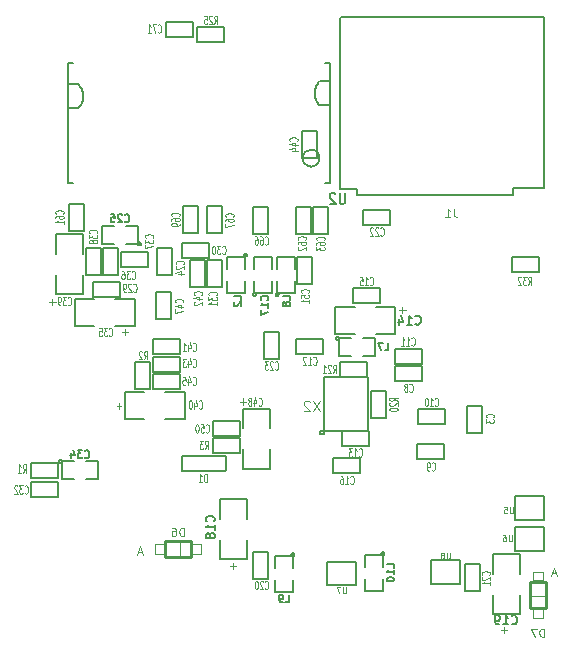
<source format=gbo>
G04 (created by PCBNEW-RS274X (2011-05-31)-stable) date Wed 17 Aug 2011 01:39:24 PM COT*
G01*
G70*
G90*
%MOIN*%
G04 Gerber Fmt 3.4, Leading zero omitted, Abs format*
%FSLAX34Y34*%
G04 APERTURE LIST*
%ADD10C,0.006000*%
%ADD11C,0.004300*%
%ADD12C,0.004500*%
%ADD13C,0.007900*%
%ADD14C,0.007000*%
%ADD15C,0.005000*%
%ADD16C,0.002600*%
%ADD17C,0.010000*%
%ADD18C,0.008000*%
%ADD19C,0.003900*%
%ADD20C,0.004000*%
G04 APERTURE END LIST*
G54D10*
G54D11*
X65219Y-52533D02*
X65088Y-52533D01*
X65246Y-52612D02*
X65154Y-52336D01*
X65062Y-52612D01*
X51419Y-51828D02*
X51288Y-51828D01*
X51446Y-51907D02*
X51354Y-51631D01*
X51262Y-51907D01*
X51419Y-51828D02*
X51288Y-51828D01*
X51446Y-51907D02*
X51354Y-51631D01*
X51262Y-51907D01*
X60211Y-43747D02*
X60001Y-43747D01*
X60106Y-43852D02*
X60106Y-43641D01*
X63585Y-54413D02*
X63375Y-54413D01*
X63480Y-54518D02*
X63480Y-54307D01*
X54562Y-52279D02*
X54352Y-52279D01*
X54457Y-52384D02*
X54457Y-52173D01*
X48542Y-43487D02*
X48332Y-43487D01*
X48437Y-43592D02*
X48437Y-43381D01*
X54904Y-46802D02*
X54694Y-46802D01*
X54799Y-46907D02*
X54799Y-46696D01*
X50971Y-44487D02*
X50761Y-44487D01*
X50866Y-44592D02*
X50866Y-44381D01*
G54D12*
X50718Y-46944D02*
X50581Y-46944D01*
X50650Y-47050D02*
X50650Y-46837D01*
G54D13*
X52752Y-49107D02*
X54205Y-49103D01*
X54216Y-49083D02*
X54216Y-48607D01*
X54216Y-48607D02*
X52756Y-48611D01*
X52756Y-48611D02*
X52756Y-49071D01*
G54D14*
X58026Y-38889D02*
X58026Y-34029D01*
X58026Y-34029D02*
X58076Y-33979D01*
X58076Y-33979D02*
X64816Y-33979D01*
X64816Y-33979D02*
X64816Y-39689D01*
X64816Y-39689D02*
X63806Y-39689D01*
X63806Y-39689D02*
X63806Y-39919D01*
X63806Y-39919D02*
X58576Y-39919D01*
X58576Y-39919D02*
X58576Y-39709D01*
X58576Y-39709D02*
X58016Y-39709D01*
X58016Y-39709D02*
X58016Y-38859D01*
G54D15*
X54913Y-41917D02*
X54912Y-41926D01*
X54909Y-41936D01*
X54904Y-41944D01*
X54898Y-41952D01*
X54890Y-41958D01*
X54882Y-41963D01*
X54873Y-41965D01*
X54863Y-41966D01*
X54854Y-41966D01*
X54845Y-41963D01*
X54836Y-41958D01*
X54829Y-41952D01*
X54822Y-41945D01*
X54818Y-41936D01*
X54815Y-41927D01*
X54814Y-41917D01*
X54814Y-41908D01*
X54817Y-41899D01*
X54821Y-41890D01*
X54828Y-41883D01*
X54835Y-41876D01*
X54843Y-41872D01*
X54853Y-41869D01*
X54862Y-41868D01*
X54871Y-41868D01*
X54881Y-41871D01*
X54889Y-41875D01*
X54897Y-41881D01*
X54903Y-41889D01*
X54908Y-41897D01*
X54911Y-41906D01*
X54912Y-41916D01*
X54913Y-41917D01*
X54863Y-42367D02*
X54863Y-41967D01*
X54863Y-41967D02*
X54263Y-41967D01*
X54263Y-41967D02*
X54263Y-42367D01*
X54263Y-42767D02*
X54263Y-43167D01*
X54263Y-43167D02*
X54863Y-43167D01*
X54863Y-43167D02*
X54863Y-42767D01*
X64643Y-41994D02*
X63743Y-41994D01*
X63743Y-41994D02*
X63743Y-42494D01*
X63743Y-42494D02*
X64643Y-42494D01*
X64643Y-42494D02*
X64643Y-41994D01*
X62746Y-47856D02*
X62746Y-46956D01*
X62746Y-46956D02*
X62246Y-46956D01*
X62246Y-46956D02*
X62246Y-47856D01*
X62246Y-47856D02*
X62746Y-47856D01*
X50850Y-47371D02*
X50850Y-46471D01*
X50850Y-46471D02*
X51500Y-46471D01*
X52200Y-47371D02*
X52850Y-47371D01*
X52850Y-47371D02*
X52850Y-46471D01*
X52850Y-46471D02*
X52200Y-46471D01*
X51500Y-47371D02*
X50850Y-47371D01*
X54786Y-47035D02*
X55686Y-47035D01*
X55686Y-47035D02*
X55686Y-47685D01*
X54786Y-48385D02*
X54786Y-49035D01*
X54786Y-49035D02*
X55686Y-49035D01*
X55686Y-49035D02*
X55686Y-48385D01*
X54786Y-47685D02*
X54786Y-47035D01*
X51189Y-43385D02*
X51189Y-44285D01*
X51189Y-44285D02*
X50539Y-44285D01*
X49839Y-43385D02*
X49189Y-43385D01*
X49189Y-43385D02*
X49189Y-44285D01*
X49189Y-44285D02*
X49839Y-44285D01*
X50539Y-43385D02*
X51189Y-43385D01*
X49458Y-43217D02*
X48558Y-43217D01*
X48558Y-43217D02*
X48558Y-42567D01*
X49458Y-41867D02*
X49458Y-41217D01*
X49458Y-41217D02*
X48558Y-41217D01*
X48558Y-41217D02*
X48558Y-41867D01*
X49458Y-42567D02*
X49458Y-43217D01*
X53251Y-34817D02*
X54151Y-34817D01*
X54151Y-34817D02*
X54151Y-34317D01*
X54151Y-34317D02*
X53251Y-34317D01*
X53251Y-34317D02*
X53251Y-34817D01*
X53107Y-34140D02*
X52207Y-34140D01*
X52207Y-34140D02*
X52207Y-34640D01*
X52207Y-34640D02*
X53107Y-34640D01*
X53107Y-34640D02*
X53107Y-34140D01*
X48978Y-40219D02*
X48978Y-41119D01*
X48978Y-41119D02*
X49478Y-41119D01*
X49478Y-41119D02*
X49478Y-40219D01*
X49478Y-40219D02*
X48978Y-40219D01*
X56541Y-40302D02*
X56541Y-41202D01*
X56541Y-41202D02*
X57041Y-41202D01*
X57041Y-41202D02*
X57041Y-40302D01*
X57041Y-40302D02*
X56541Y-40302D01*
X57116Y-40302D02*
X57116Y-41202D01*
X57116Y-41202D02*
X57616Y-41202D01*
X57616Y-41202D02*
X57616Y-40302D01*
X57616Y-40302D02*
X57116Y-40302D01*
X52805Y-40298D02*
X52805Y-41198D01*
X52805Y-41198D02*
X53305Y-41198D01*
X53305Y-41198D02*
X53305Y-40298D01*
X53305Y-40298D02*
X52805Y-40298D01*
X53585Y-40298D02*
X53585Y-41198D01*
X53585Y-41198D02*
X54085Y-41198D01*
X54085Y-41198D02*
X54085Y-40298D01*
X54085Y-40298D02*
X53585Y-40298D01*
X55128Y-40302D02*
X55128Y-41202D01*
X55128Y-41202D02*
X55628Y-41202D01*
X55628Y-41202D02*
X55628Y-40302D01*
X55628Y-40302D02*
X55128Y-40302D01*
X55490Y-44475D02*
X55490Y-45375D01*
X55490Y-45375D02*
X55990Y-45375D01*
X55990Y-45375D02*
X55990Y-44475D01*
X55990Y-44475D02*
X55490Y-44475D01*
X50686Y-42817D02*
X49786Y-42817D01*
X49786Y-42817D02*
X49786Y-43317D01*
X49786Y-43317D02*
X50686Y-43317D01*
X50686Y-43317D02*
X50686Y-42817D01*
X47727Y-49974D02*
X48627Y-49974D01*
X48627Y-49974D02*
X48627Y-49474D01*
X48627Y-49474D02*
X47727Y-49474D01*
X47727Y-49474D02*
X47727Y-49974D01*
X47727Y-49337D02*
X48627Y-49337D01*
X48627Y-49337D02*
X48627Y-48837D01*
X48627Y-48837D02*
X47727Y-48837D01*
X47727Y-48837D02*
X47727Y-49337D01*
X51203Y-45492D02*
X51203Y-46392D01*
X51203Y-46392D02*
X51703Y-46392D01*
X51703Y-46392D02*
X51703Y-45492D01*
X51703Y-45492D02*
X51203Y-45492D01*
X51786Y-45211D02*
X52686Y-45211D01*
X52686Y-45211D02*
X52686Y-44711D01*
X52686Y-44711D02*
X51786Y-44711D01*
X51786Y-44711D02*
X51786Y-45211D01*
X51794Y-45806D02*
X52694Y-45806D01*
X52694Y-45806D02*
X52694Y-45306D01*
X52694Y-45306D02*
X51794Y-45306D01*
X51794Y-45306D02*
X51794Y-45806D01*
X51794Y-46393D02*
X52694Y-46393D01*
X52694Y-46393D02*
X52694Y-45893D01*
X52694Y-45893D02*
X51794Y-45893D01*
X51794Y-45893D02*
X51794Y-46393D01*
X53778Y-48522D02*
X54678Y-48522D01*
X54678Y-48522D02*
X54678Y-48022D01*
X54678Y-48022D02*
X53778Y-48022D01*
X53778Y-48022D02*
X53778Y-48522D01*
X53778Y-47947D02*
X54678Y-47947D01*
X54678Y-47947D02*
X54678Y-47447D01*
X54678Y-47447D02*
X53778Y-47447D01*
X53778Y-47447D02*
X53778Y-47947D01*
X58786Y-40907D02*
X59686Y-40907D01*
X59686Y-40907D02*
X59686Y-40407D01*
X59686Y-40407D02*
X58786Y-40407D01*
X58786Y-40407D02*
X58786Y-40907D01*
X52435Y-42596D02*
X52435Y-41696D01*
X52435Y-41696D02*
X51935Y-41696D01*
X51935Y-41696D02*
X51935Y-42596D01*
X51935Y-42596D02*
X52435Y-42596D01*
X54081Y-42981D02*
X54081Y-42081D01*
X54081Y-42081D02*
X53581Y-42081D01*
X53581Y-42081D02*
X53581Y-42981D01*
X53581Y-42981D02*
X54081Y-42981D01*
X53514Y-42981D02*
X53514Y-42081D01*
X53514Y-42081D02*
X53014Y-42081D01*
X53014Y-42081D02*
X53014Y-42981D01*
X53014Y-42981D02*
X53514Y-42981D01*
X50623Y-42569D02*
X50623Y-41669D01*
X50623Y-41669D02*
X50123Y-41669D01*
X50123Y-41669D02*
X50123Y-42569D01*
X50123Y-42569D02*
X50623Y-42569D01*
X51639Y-41805D02*
X50739Y-41805D01*
X50739Y-41805D02*
X50739Y-42305D01*
X50739Y-42305D02*
X51639Y-42305D01*
X51639Y-42305D02*
X51639Y-41805D01*
X50049Y-42569D02*
X50049Y-41669D01*
X50049Y-41669D02*
X49549Y-41669D01*
X49549Y-41669D02*
X49549Y-42569D01*
X49549Y-42569D02*
X50049Y-42569D01*
X56754Y-37774D02*
X56754Y-38674D01*
X56754Y-38674D02*
X57254Y-38674D01*
X57254Y-38674D02*
X57254Y-37774D01*
X57254Y-37774D02*
X56754Y-37774D01*
X51896Y-43152D02*
X51896Y-44052D01*
X51896Y-44052D02*
X52396Y-44052D01*
X52396Y-44052D02*
X52396Y-43152D01*
X52396Y-43152D02*
X51896Y-43152D01*
X52763Y-42006D02*
X53663Y-42006D01*
X53663Y-42006D02*
X53663Y-41506D01*
X53663Y-41506D02*
X52763Y-41506D01*
X52763Y-41506D02*
X52763Y-42006D01*
X57104Y-42895D02*
X57104Y-41995D01*
X57104Y-41995D02*
X56604Y-41995D01*
X56604Y-41995D02*
X56604Y-42895D01*
X56604Y-42895D02*
X57104Y-42895D01*
X57862Y-44541D02*
X57862Y-43641D01*
X57862Y-43641D02*
X58512Y-43641D01*
X59212Y-44541D02*
X59862Y-44541D01*
X59862Y-44541D02*
X59862Y-43641D01*
X59862Y-43641D02*
X59212Y-43641D01*
X58512Y-44541D02*
X57862Y-44541D01*
X59061Y-46436D02*
X59061Y-47336D01*
X59061Y-47336D02*
X59561Y-47336D01*
X59561Y-47336D02*
X59561Y-46436D01*
X59561Y-46436D02*
X59061Y-46436D01*
X58915Y-45467D02*
X58015Y-45467D01*
X58015Y-45467D02*
X58015Y-45967D01*
X58015Y-45967D02*
X58915Y-45967D01*
X58915Y-45967D02*
X58915Y-45467D01*
X57790Y-49179D02*
X58690Y-49179D01*
X58690Y-49179D02*
X58690Y-48679D01*
X58690Y-48679D02*
X57790Y-48679D01*
X57790Y-48679D02*
X57790Y-49179D01*
X60629Y-47537D02*
X61529Y-47537D01*
X61529Y-47537D02*
X61529Y-47037D01*
X61529Y-47037D02*
X60629Y-47037D01*
X60629Y-47037D02*
X60629Y-47537D01*
X59849Y-45557D02*
X60749Y-45557D01*
X60749Y-45557D02*
X60749Y-45057D01*
X60749Y-45057D02*
X59849Y-45057D01*
X59849Y-45057D02*
X59849Y-45557D01*
X60597Y-48719D02*
X61497Y-48719D01*
X61497Y-48719D02*
X61497Y-48219D01*
X61497Y-48219D02*
X60597Y-48219D01*
X60597Y-48219D02*
X60597Y-48719D01*
X59849Y-46128D02*
X60749Y-46128D01*
X60749Y-46128D02*
X60749Y-45628D01*
X60749Y-45628D02*
X59849Y-45628D01*
X59849Y-45628D02*
X59849Y-46128D01*
X57470Y-44719D02*
X56570Y-44719D01*
X56570Y-44719D02*
X56570Y-45219D01*
X56570Y-45219D02*
X57470Y-45219D01*
X57470Y-45219D02*
X57470Y-44719D01*
X58078Y-48281D02*
X58978Y-48281D01*
X58978Y-48281D02*
X58978Y-47781D01*
X58978Y-47781D02*
X58078Y-47781D01*
X58078Y-47781D02*
X58078Y-48281D01*
X58471Y-43514D02*
X59371Y-43514D01*
X59371Y-43514D02*
X59371Y-43014D01*
X59371Y-43014D02*
X58471Y-43014D01*
X58471Y-43014D02*
X58471Y-43514D01*
X62683Y-53111D02*
X62683Y-52211D01*
X62683Y-52211D02*
X62183Y-52211D01*
X62183Y-52211D02*
X62183Y-53111D01*
X62183Y-53111D02*
X62683Y-53111D01*
X55640Y-52706D02*
X55640Y-51806D01*
X55640Y-51806D02*
X55140Y-51806D01*
X55140Y-51806D02*
X55140Y-52706D01*
X55140Y-52706D02*
X55640Y-52706D01*
X59500Y-51878D02*
X59499Y-51887D01*
X59496Y-51897D01*
X59491Y-51905D01*
X59485Y-51913D01*
X59477Y-51919D01*
X59469Y-51924D01*
X59460Y-51926D01*
X59450Y-51927D01*
X59441Y-51927D01*
X59432Y-51924D01*
X59423Y-51919D01*
X59416Y-51913D01*
X59409Y-51906D01*
X59405Y-51897D01*
X59402Y-51888D01*
X59401Y-51878D01*
X59401Y-51869D01*
X59404Y-51860D01*
X59408Y-51851D01*
X59415Y-51844D01*
X59422Y-51837D01*
X59430Y-51833D01*
X59440Y-51830D01*
X59449Y-51829D01*
X59458Y-51829D01*
X59468Y-51832D01*
X59476Y-51836D01*
X59484Y-51842D01*
X59490Y-51850D01*
X59495Y-51858D01*
X59498Y-51867D01*
X59499Y-51877D01*
X59500Y-51878D01*
X59450Y-52328D02*
X59450Y-51928D01*
X59450Y-51928D02*
X58850Y-51928D01*
X58850Y-51928D02*
X58850Y-52328D01*
X58850Y-52728D02*
X58850Y-53128D01*
X58850Y-53128D02*
X59450Y-53128D01*
X59450Y-53128D02*
X59450Y-52728D01*
X56500Y-51909D02*
X56499Y-51918D01*
X56496Y-51928D01*
X56491Y-51936D01*
X56485Y-51944D01*
X56477Y-51950D01*
X56469Y-51955D01*
X56460Y-51957D01*
X56450Y-51958D01*
X56441Y-51958D01*
X56432Y-51955D01*
X56423Y-51950D01*
X56416Y-51944D01*
X56409Y-51937D01*
X56405Y-51928D01*
X56402Y-51919D01*
X56401Y-51909D01*
X56401Y-51900D01*
X56404Y-51891D01*
X56408Y-51882D01*
X56415Y-51875D01*
X56422Y-51868D01*
X56430Y-51864D01*
X56440Y-51861D01*
X56449Y-51860D01*
X56458Y-51860D01*
X56468Y-51863D01*
X56476Y-51867D01*
X56484Y-51873D01*
X56490Y-51881D01*
X56495Y-51889D01*
X56498Y-51898D01*
X56499Y-51908D01*
X56500Y-51909D01*
X56450Y-52359D02*
X56450Y-51959D01*
X56450Y-51959D02*
X55850Y-51959D01*
X55850Y-51959D02*
X55850Y-52359D01*
X55850Y-52759D02*
X55850Y-53159D01*
X55850Y-53159D02*
X56450Y-53159D01*
X56450Y-53159D02*
X56450Y-52759D01*
X55974Y-43221D02*
X55973Y-43230D01*
X55970Y-43240D01*
X55965Y-43248D01*
X55959Y-43256D01*
X55951Y-43262D01*
X55943Y-43267D01*
X55934Y-43269D01*
X55924Y-43270D01*
X55915Y-43270D01*
X55906Y-43267D01*
X55897Y-43262D01*
X55890Y-43256D01*
X55883Y-43249D01*
X55879Y-43240D01*
X55876Y-43231D01*
X55875Y-43221D01*
X55875Y-43212D01*
X55878Y-43203D01*
X55882Y-43194D01*
X55889Y-43187D01*
X55896Y-43180D01*
X55904Y-43176D01*
X55914Y-43173D01*
X55923Y-43172D01*
X55932Y-43172D01*
X55942Y-43175D01*
X55950Y-43179D01*
X55958Y-43185D01*
X55964Y-43193D01*
X55969Y-43201D01*
X55972Y-43210D01*
X55973Y-43220D01*
X55974Y-43221D01*
X55924Y-42771D02*
X55924Y-43171D01*
X55924Y-43171D02*
X56524Y-43171D01*
X56524Y-43171D02*
X56524Y-42771D01*
X56524Y-42371D02*
X56524Y-41971D01*
X56524Y-41971D02*
X55924Y-41971D01*
X55924Y-41971D02*
X55924Y-42371D01*
X57994Y-44688D02*
X57993Y-44697D01*
X57990Y-44707D01*
X57985Y-44715D01*
X57979Y-44723D01*
X57971Y-44729D01*
X57963Y-44734D01*
X57954Y-44736D01*
X57944Y-44737D01*
X57935Y-44737D01*
X57926Y-44734D01*
X57917Y-44729D01*
X57910Y-44723D01*
X57903Y-44716D01*
X57899Y-44707D01*
X57896Y-44698D01*
X57895Y-44688D01*
X57895Y-44679D01*
X57898Y-44670D01*
X57902Y-44661D01*
X57909Y-44654D01*
X57916Y-44647D01*
X57924Y-44643D01*
X57934Y-44640D01*
X57943Y-44639D01*
X57952Y-44639D01*
X57962Y-44642D01*
X57970Y-44646D01*
X57978Y-44652D01*
X57984Y-44660D01*
X57989Y-44668D01*
X57992Y-44677D01*
X57993Y-44687D01*
X57994Y-44688D01*
X58394Y-44688D02*
X57994Y-44688D01*
X57994Y-44688D02*
X57994Y-45288D01*
X57994Y-45288D02*
X58394Y-45288D01*
X58794Y-45288D02*
X59194Y-45288D01*
X59194Y-45288D02*
X59194Y-44688D01*
X59194Y-44688D02*
X58794Y-44688D01*
X55222Y-43221D02*
X55221Y-43230D01*
X55218Y-43240D01*
X55213Y-43248D01*
X55207Y-43256D01*
X55199Y-43262D01*
X55191Y-43267D01*
X55182Y-43269D01*
X55172Y-43270D01*
X55163Y-43270D01*
X55154Y-43267D01*
X55145Y-43262D01*
X55138Y-43256D01*
X55131Y-43249D01*
X55127Y-43240D01*
X55124Y-43231D01*
X55123Y-43221D01*
X55123Y-43212D01*
X55126Y-43203D01*
X55130Y-43194D01*
X55137Y-43187D01*
X55144Y-43180D01*
X55152Y-43176D01*
X55162Y-43173D01*
X55171Y-43172D01*
X55180Y-43172D01*
X55190Y-43175D01*
X55198Y-43179D01*
X55206Y-43185D01*
X55212Y-43193D01*
X55217Y-43201D01*
X55220Y-43210D01*
X55221Y-43220D01*
X55222Y-43221D01*
X55172Y-42771D02*
X55172Y-43171D01*
X55172Y-43171D02*
X55772Y-43171D01*
X55772Y-43171D02*
X55772Y-42771D01*
X55772Y-42371D02*
X55772Y-41971D01*
X55772Y-41971D02*
X55172Y-41971D01*
X55172Y-41971D02*
X55172Y-42371D01*
X64009Y-53890D02*
X63109Y-53890D01*
X63109Y-53890D02*
X63109Y-53240D01*
X64009Y-52540D02*
X64009Y-51890D01*
X64009Y-51890D02*
X63109Y-51890D01*
X63109Y-51890D02*
X63109Y-52540D01*
X64009Y-53240D02*
X64009Y-53890D01*
X54919Y-52059D02*
X54019Y-52059D01*
X54019Y-52059D02*
X54019Y-51409D01*
X54919Y-50709D02*
X54919Y-50059D01*
X54919Y-50059D02*
X54019Y-50059D01*
X54019Y-50059D02*
X54019Y-50709D01*
X54919Y-51409D02*
X54919Y-52059D01*
X61070Y-52882D02*
X61070Y-52096D01*
X61070Y-52096D02*
X62018Y-52096D01*
X62018Y-52096D02*
X62018Y-52882D01*
X62018Y-52882D02*
X61070Y-52882D01*
X57601Y-52925D02*
X57601Y-52139D01*
X57601Y-52139D02*
X58549Y-52139D01*
X58549Y-52139D02*
X58549Y-52925D01*
X58549Y-52925D02*
X57601Y-52925D01*
X64813Y-50981D02*
X64813Y-51767D01*
X64813Y-51767D02*
X63865Y-51767D01*
X63865Y-51767D02*
X63865Y-50981D01*
X63865Y-50981D02*
X64813Y-50981D01*
X64813Y-49961D02*
X64813Y-50747D01*
X64813Y-50747D02*
X63865Y-50747D01*
X63865Y-50747D02*
X63865Y-49961D01*
X63865Y-49961D02*
X64813Y-49961D01*
G54D16*
X64449Y-54003D02*
X64449Y-53708D01*
X64449Y-53708D02*
X64783Y-53708D01*
X64783Y-54003D02*
X64783Y-53708D01*
X64449Y-54003D02*
X64783Y-54003D01*
X64449Y-52764D02*
X64449Y-52469D01*
X64449Y-52469D02*
X64783Y-52469D01*
X64783Y-52764D02*
X64783Y-52469D01*
X64449Y-52764D02*
X64783Y-52764D01*
X64371Y-53649D02*
X64371Y-53295D01*
X64371Y-53295D02*
X64901Y-53295D01*
X64901Y-53649D02*
X64901Y-53295D01*
X64371Y-53649D02*
X64901Y-53649D01*
G54D17*
X64901Y-53669D02*
X64901Y-52803D01*
X64901Y-52803D02*
X64351Y-52803D01*
X64351Y-52803D02*
X64351Y-53669D01*
X64351Y-53669D02*
X64901Y-53669D01*
G54D16*
X53385Y-51897D02*
X53090Y-51897D01*
X53090Y-51897D02*
X53090Y-51563D01*
X53385Y-51563D02*
X53090Y-51563D01*
X53385Y-51897D02*
X53385Y-51563D01*
X52146Y-51897D02*
X51851Y-51897D01*
X51851Y-51897D02*
X51851Y-51563D01*
X52146Y-51563D02*
X51851Y-51563D01*
X52146Y-51897D02*
X52146Y-51563D01*
X53031Y-51975D02*
X52677Y-51975D01*
X52677Y-51975D02*
X52677Y-51445D01*
X53031Y-51445D02*
X52677Y-51445D01*
X53031Y-51975D02*
X53031Y-51445D01*
G54D17*
X53051Y-51445D02*
X52185Y-51445D01*
X52185Y-51445D02*
X52185Y-51995D01*
X52185Y-51995D02*
X53051Y-51995D01*
X53051Y-51995D02*
X53051Y-51445D01*
G54D18*
X57338Y-38691D02*
X57332Y-38744D01*
X57317Y-38796D01*
X57291Y-38844D01*
X57257Y-38886D01*
X57215Y-38921D01*
X57167Y-38947D01*
X57115Y-38963D01*
X57061Y-38968D01*
X57008Y-38964D01*
X56956Y-38948D01*
X56908Y-38923D01*
X56866Y-38889D01*
X56831Y-38848D01*
X56805Y-38800D01*
X56789Y-38748D01*
X56783Y-38694D01*
X56787Y-38641D01*
X56802Y-38589D01*
X56827Y-38541D01*
X56861Y-38498D01*
X56902Y-38463D01*
X56949Y-38437D01*
X57001Y-38420D01*
X57055Y-38414D01*
X57108Y-38418D01*
X57160Y-38432D01*
X57208Y-38457D01*
X57251Y-38490D01*
X57287Y-38531D01*
X57313Y-38578D01*
X57331Y-38630D01*
X57337Y-38684D01*
X57338Y-38691D01*
X57355Y-36919D02*
X57651Y-36919D01*
X57355Y-36132D02*
X57651Y-36132D01*
X49285Y-37018D02*
X48989Y-37018D01*
X49285Y-36230D02*
X48989Y-36230D01*
X49302Y-37017D02*
X49335Y-36982D01*
X49365Y-36943D01*
X49391Y-36902D01*
X49413Y-36859D01*
X49432Y-36814D01*
X49447Y-36768D01*
X49457Y-36720D01*
X49463Y-36672D01*
X49466Y-36624D01*
X49463Y-36576D01*
X49457Y-36528D01*
X49447Y-36480D01*
X49432Y-36434D01*
X49413Y-36389D01*
X49391Y-36346D01*
X49365Y-36305D01*
X49335Y-36266D01*
X49302Y-36231D01*
X57338Y-36133D02*
X57305Y-36168D01*
X57275Y-36207D01*
X57249Y-36248D01*
X57227Y-36291D01*
X57208Y-36336D01*
X57193Y-36382D01*
X57183Y-36430D01*
X57177Y-36478D01*
X57174Y-36526D01*
X57177Y-36574D01*
X57183Y-36622D01*
X57193Y-36670D01*
X57208Y-36716D01*
X57227Y-36761D01*
X57249Y-36804D01*
X57275Y-36845D01*
X57305Y-36884D01*
X57338Y-36919D01*
X57690Y-39510D02*
X57513Y-39510D01*
X48950Y-39510D02*
X49127Y-39510D01*
X48950Y-35510D02*
X49127Y-35510D01*
X57690Y-35510D02*
X57513Y-35510D01*
X57694Y-35510D02*
X57694Y-39510D01*
X48946Y-35510D02*
X48946Y-39510D01*
G54D13*
X57504Y-47890D02*
X57504Y-46000D01*
X57504Y-46000D02*
X58961Y-46000D01*
X58961Y-46000D02*
X58961Y-47771D01*
X58961Y-47771D02*
X57426Y-47771D01*
X57426Y-47771D02*
X57347Y-47771D01*
X57347Y-47771D02*
X57347Y-47890D01*
X57347Y-47890D02*
X57465Y-47890D01*
G54D15*
X48754Y-48787D02*
X48753Y-48796D01*
X48750Y-48806D01*
X48745Y-48814D01*
X48739Y-48822D01*
X48731Y-48828D01*
X48723Y-48833D01*
X48714Y-48835D01*
X48704Y-48836D01*
X48695Y-48836D01*
X48686Y-48833D01*
X48677Y-48828D01*
X48670Y-48822D01*
X48663Y-48815D01*
X48659Y-48806D01*
X48656Y-48797D01*
X48655Y-48787D01*
X48655Y-48778D01*
X48658Y-48769D01*
X48662Y-48760D01*
X48669Y-48753D01*
X48676Y-48746D01*
X48684Y-48742D01*
X48694Y-48739D01*
X48703Y-48738D01*
X48712Y-48738D01*
X48722Y-48741D01*
X48730Y-48745D01*
X48738Y-48751D01*
X48744Y-48759D01*
X48749Y-48767D01*
X48752Y-48776D01*
X48753Y-48786D01*
X48754Y-48787D01*
X49154Y-48787D02*
X48754Y-48787D01*
X48754Y-48787D02*
X48754Y-49387D01*
X48754Y-49387D02*
X49154Y-49387D01*
X49554Y-49387D02*
X49954Y-49387D01*
X49954Y-49387D02*
X49954Y-48787D01*
X49954Y-48787D02*
X49554Y-48787D01*
X51389Y-41540D02*
X51388Y-41549D01*
X51385Y-41559D01*
X51380Y-41567D01*
X51374Y-41575D01*
X51366Y-41581D01*
X51358Y-41586D01*
X51349Y-41588D01*
X51339Y-41589D01*
X51330Y-41589D01*
X51321Y-41586D01*
X51312Y-41581D01*
X51305Y-41575D01*
X51298Y-41568D01*
X51294Y-41559D01*
X51291Y-41550D01*
X51290Y-41540D01*
X51290Y-41531D01*
X51293Y-41522D01*
X51297Y-41513D01*
X51304Y-41506D01*
X51311Y-41499D01*
X51319Y-41495D01*
X51329Y-41492D01*
X51338Y-41491D01*
X51347Y-41491D01*
X51357Y-41494D01*
X51365Y-41498D01*
X51373Y-41504D01*
X51379Y-41512D01*
X51384Y-41520D01*
X51387Y-41529D01*
X51388Y-41539D01*
X51389Y-41540D01*
X50889Y-41540D02*
X51289Y-41540D01*
X51289Y-41540D02*
X51289Y-40940D01*
X51289Y-40940D02*
X50889Y-40940D01*
X50489Y-40940D02*
X50089Y-40940D01*
X50089Y-40940D02*
X50089Y-41540D01*
X50089Y-41540D02*
X50489Y-41540D01*
G54D12*
X53589Y-49495D02*
X53589Y-49215D01*
X53546Y-49215D01*
X53521Y-49229D01*
X53503Y-49255D01*
X53495Y-49282D01*
X53486Y-49335D01*
X53486Y-49375D01*
X53495Y-49429D01*
X53503Y-49455D01*
X53521Y-49482D01*
X53546Y-49495D01*
X53589Y-49495D01*
X53315Y-49495D02*
X53418Y-49495D01*
X53366Y-49495D02*
X53366Y-49215D01*
X53383Y-49255D01*
X53401Y-49282D01*
X53418Y-49295D01*
G54D19*
X61808Y-40367D02*
X61808Y-40564D01*
X61822Y-40603D01*
X61848Y-40630D01*
X61887Y-40643D01*
X61914Y-40643D01*
X61533Y-40643D02*
X61690Y-40643D01*
X61612Y-40643D02*
X61612Y-40367D01*
X61638Y-40406D01*
X61664Y-40432D01*
X61690Y-40446D01*
G54D15*
X54731Y-43404D02*
X54731Y-43285D01*
X54481Y-43285D01*
X54505Y-43475D02*
X54493Y-43487D01*
X54481Y-43510D01*
X54481Y-43570D01*
X54493Y-43594D01*
X54505Y-43606D01*
X54529Y-43617D01*
X54553Y-43617D01*
X54588Y-43606D01*
X54731Y-43463D01*
X54731Y-43617D01*
G54D12*
X64302Y-42919D02*
X64362Y-42786D01*
X64405Y-42919D02*
X64405Y-42639D01*
X64337Y-42639D01*
X64319Y-42653D01*
X64311Y-42666D01*
X64302Y-42693D01*
X64302Y-42733D01*
X64311Y-42759D01*
X64319Y-42773D01*
X64337Y-42786D01*
X64405Y-42786D01*
X64242Y-42639D02*
X64131Y-42639D01*
X64191Y-42746D01*
X64165Y-42746D01*
X64148Y-42759D01*
X64139Y-42773D01*
X64131Y-42799D01*
X64131Y-42866D01*
X64139Y-42893D01*
X64148Y-42906D01*
X64165Y-42919D01*
X64217Y-42919D01*
X64234Y-42906D01*
X64242Y-42893D01*
X64063Y-42666D02*
X64054Y-42653D01*
X64037Y-42639D01*
X63994Y-42639D01*
X63977Y-42653D01*
X63968Y-42666D01*
X63960Y-42693D01*
X63960Y-42719D01*
X63968Y-42759D01*
X64071Y-42919D01*
X63960Y-42919D01*
X63134Y-47333D02*
X63147Y-47324D01*
X63160Y-47298D01*
X63160Y-47281D01*
X63147Y-47256D01*
X63120Y-47238D01*
X63094Y-47230D01*
X63040Y-47221D01*
X63000Y-47221D01*
X62947Y-47230D01*
X62920Y-47238D01*
X62894Y-47256D01*
X62880Y-47281D01*
X62880Y-47298D01*
X62894Y-47324D01*
X62907Y-47333D01*
X62880Y-47393D02*
X62880Y-47504D01*
X62987Y-47444D01*
X62987Y-47470D01*
X63000Y-47487D01*
X63014Y-47496D01*
X63040Y-47504D01*
X63107Y-47504D01*
X63134Y-47496D01*
X63147Y-47487D01*
X63160Y-47470D01*
X63160Y-47418D01*
X63147Y-47401D01*
X63134Y-47393D01*
X53324Y-47016D02*
X53333Y-47029D01*
X53359Y-47042D01*
X53376Y-47042D01*
X53401Y-47029D01*
X53419Y-47002D01*
X53427Y-46976D01*
X53436Y-46922D01*
X53436Y-46882D01*
X53427Y-46829D01*
X53419Y-46802D01*
X53401Y-46776D01*
X53376Y-46762D01*
X53359Y-46762D01*
X53333Y-46776D01*
X53324Y-46789D01*
X53170Y-46856D02*
X53170Y-47042D01*
X53213Y-46749D02*
X53256Y-46949D01*
X53144Y-46949D01*
X53042Y-46762D02*
X53025Y-46762D01*
X53008Y-46776D01*
X52999Y-46789D01*
X52990Y-46816D01*
X52982Y-46869D01*
X52982Y-46936D01*
X52990Y-46989D01*
X52999Y-47016D01*
X53008Y-47029D01*
X53025Y-47042D01*
X53042Y-47042D01*
X53059Y-47029D01*
X53068Y-47016D01*
X53076Y-46989D01*
X53085Y-46936D01*
X53085Y-46869D01*
X53076Y-46816D01*
X53068Y-46789D01*
X53059Y-46776D01*
X53042Y-46762D01*
X55308Y-46926D02*
X55317Y-46939D01*
X55343Y-46952D01*
X55360Y-46952D01*
X55385Y-46939D01*
X55403Y-46912D01*
X55411Y-46886D01*
X55420Y-46832D01*
X55420Y-46792D01*
X55411Y-46739D01*
X55403Y-46712D01*
X55385Y-46686D01*
X55360Y-46672D01*
X55343Y-46672D01*
X55317Y-46686D01*
X55308Y-46699D01*
X55154Y-46766D02*
X55154Y-46952D01*
X55197Y-46659D02*
X55240Y-46859D01*
X55128Y-46859D01*
X55034Y-46792D02*
X55052Y-46779D01*
X55060Y-46766D01*
X55069Y-46739D01*
X55069Y-46726D01*
X55060Y-46699D01*
X55052Y-46686D01*
X55034Y-46672D01*
X55000Y-46672D01*
X54983Y-46686D01*
X54974Y-46699D01*
X54966Y-46726D01*
X54966Y-46739D01*
X54974Y-46766D01*
X54983Y-46779D01*
X55000Y-46792D01*
X55034Y-46792D01*
X55052Y-46806D01*
X55060Y-46819D01*
X55069Y-46846D01*
X55069Y-46899D01*
X55060Y-46926D01*
X55052Y-46939D01*
X55034Y-46952D01*
X55000Y-46952D01*
X54983Y-46939D01*
X54974Y-46926D01*
X54966Y-46899D01*
X54966Y-46846D01*
X54974Y-46819D01*
X54983Y-46806D01*
X55000Y-46792D01*
X50328Y-44595D02*
X50337Y-44608D01*
X50363Y-44621D01*
X50380Y-44621D01*
X50405Y-44608D01*
X50423Y-44581D01*
X50431Y-44555D01*
X50440Y-44501D01*
X50440Y-44461D01*
X50431Y-44408D01*
X50423Y-44381D01*
X50405Y-44355D01*
X50380Y-44341D01*
X50363Y-44341D01*
X50337Y-44355D01*
X50328Y-44368D01*
X50268Y-44341D02*
X50157Y-44341D01*
X50217Y-44448D01*
X50191Y-44448D01*
X50174Y-44461D01*
X50165Y-44475D01*
X50157Y-44501D01*
X50157Y-44568D01*
X50165Y-44595D01*
X50174Y-44608D01*
X50191Y-44621D01*
X50243Y-44621D01*
X50260Y-44608D01*
X50268Y-44595D01*
X49994Y-44341D02*
X50080Y-44341D01*
X50089Y-44475D01*
X50080Y-44461D01*
X50063Y-44448D01*
X50020Y-44448D01*
X50003Y-44461D01*
X49994Y-44475D01*
X49986Y-44501D01*
X49986Y-44568D01*
X49994Y-44595D01*
X50003Y-44608D01*
X50020Y-44621D01*
X50063Y-44621D01*
X50080Y-44608D01*
X50089Y-44595D01*
X48958Y-43571D02*
X48967Y-43584D01*
X48993Y-43597D01*
X49010Y-43597D01*
X49035Y-43584D01*
X49053Y-43557D01*
X49061Y-43531D01*
X49070Y-43477D01*
X49070Y-43437D01*
X49061Y-43384D01*
X49053Y-43357D01*
X49035Y-43331D01*
X49010Y-43317D01*
X48993Y-43317D01*
X48967Y-43331D01*
X48958Y-43344D01*
X48898Y-43317D02*
X48787Y-43317D01*
X48847Y-43424D01*
X48821Y-43424D01*
X48804Y-43437D01*
X48795Y-43451D01*
X48787Y-43477D01*
X48787Y-43544D01*
X48795Y-43571D01*
X48804Y-43584D01*
X48821Y-43597D01*
X48873Y-43597D01*
X48890Y-43584D01*
X48898Y-43571D01*
X48702Y-43597D02*
X48667Y-43597D01*
X48650Y-43584D01*
X48642Y-43571D01*
X48624Y-43531D01*
X48616Y-43477D01*
X48616Y-43371D01*
X48624Y-43344D01*
X48633Y-43331D01*
X48650Y-43317D01*
X48684Y-43317D01*
X48702Y-43331D01*
X48710Y-43344D01*
X48719Y-43371D01*
X48719Y-43437D01*
X48710Y-43464D01*
X48702Y-43477D01*
X48684Y-43491D01*
X48650Y-43491D01*
X48633Y-43477D01*
X48624Y-43464D01*
X48616Y-43437D01*
X53835Y-34219D02*
X53895Y-34086D01*
X53938Y-34219D02*
X53938Y-33939D01*
X53870Y-33939D01*
X53852Y-33953D01*
X53844Y-33966D01*
X53835Y-33993D01*
X53835Y-34033D01*
X53844Y-34059D01*
X53852Y-34073D01*
X53870Y-34086D01*
X53938Y-34086D01*
X53767Y-33966D02*
X53758Y-33953D01*
X53741Y-33939D01*
X53698Y-33939D01*
X53681Y-33953D01*
X53672Y-33966D01*
X53664Y-33993D01*
X53664Y-34019D01*
X53672Y-34059D01*
X53775Y-34219D01*
X53664Y-34219D01*
X53501Y-33939D02*
X53587Y-33939D01*
X53596Y-34073D01*
X53587Y-34059D01*
X53570Y-34046D01*
X53527Y-34046D01*
X53510Y-34059D01*
X53501Y-34073D01*
X53493Y-34099D01*
X53493Y-34166D01*
X53501Y-34193D01*
X53510Y-34206D01*
X53527Y-34219D01*
X53570Y-34219D01*
X53587Y-34206D01*
X53596Y-34193D01*
X51954Y-34485D02*
X51963Y-34498D01*
X51989Y-34511D01*
X52006Y-34511D01*
X52031Y-34498D01*
X52049Y-34471D01*
X52057Y-34445D01*
X52066Y-34391D01*
X52066Y-34351D01*
X52057Y-34298D01*
X52049Y-34271D01*
X52031Y-34245D01*
X52006Y-34231D01*
X51989Y-34231D01*
X51963Y-34245D01*
X51954Y-34258D01*
X51894Y-34231D02*
X51774Y-34231D01*
X51851Y-34511D01*
X51612Y-34511D02*
X51715Y-34511D01*
X51663Y-34511D02*
X51663Y-34231D01*
X51680Y-34271D01*
X51698Y-34298D01*
X51715Y-34311D01*
X48790Y-40537D02*
X48803Y-40528D01*
X48816Y-40502D01*
X48816Y-40485D01*
X48803Y-40460D01*
X48776Y-40442D01*
X48750Y-40434D01*
X48696Y-40425D01*
X48656Y-40425D01*
X48603Y-40434D01*
X48576Y-40442D01*
X48550Y-40460D01*
X48536Y-40485D01*
X48536Y-40502D01*
X48550Y-40528D01*
X48563Y-40537D01*
X48536Y-40691D02*
X48536Y-40657D01*
X48550Y-40640D01*
X48563Y-40631D01*
X48603Y-40614D01*
X48656Y-40605D01*
X48763Y-40605D01*
X48790Y-40614D01*
X48803Y-40622D01*
X48816Y-40640D01*
X48816Y-40674D01*
X48803Y-40691D01*
X48790Y-40700D01*
X48763Y-40708D01*
X48696Y-40708D01*
X48670Y-40700D01*
X48656Y-40691D01*
X48643Y-40674D01*
X48643Y-40640D01*
X48656Y-40622D01*
X48670Y-40614D01*
X48696Y-40605D01*
X48816Y-40879D02*
X48816Y-40776D01*
X48816Y-40828D02*
X48536Y-40828D01*
X48576Y-40811D01*
X48603Y-40793D01*
X48616Y-40776D01*
X56861Y-41406D02*
X56874Y-41397D01*
X56887Y-41371D01*
X56887Y-41354D01*
X56874Y-41329D01*
X56847Y-41311D01*
X56821Y-41303D01*
X56767Y-41294D01*
X56727Y-41294D01*
X56674Y-41303D01*
X56647Y-41311D01*
X56621Y-41329D01*
X56607Y-41354D01*
X56607Y-41371D01*
X56621Y-41397D01*
X56634Y-41406D01*
X56607Y-41560D02*
X56607Y-41526D01*
X56621Y-41509D01*
X56634Y-41500D01*
X56674Y-41483D01*
X56727Y-41474D01*
X56834Y-41474D01*
X56861Y-41483D01*
X56874Y-41491D01*
X56887Y-41509D01*
X56887Y-41543D01*
X56874Y-41560D01*
X56861Y-41569D01*
X56834Y-41577D01*
X56767Y-41577D01*
X56741Y-41569D01*
X56727Y-41560D01*
X56714Y-41543D01*
X56714Y-41509D01*
X56727Y-41491D01*
X56741Y-41483D01*
X56767Y-41474D01*
X56634Y-41645D02*
X56621Y-41654D01*
X56607Y-41671D01*
X56607Y-41714D01*
X56621Y-41731D01*
X56634Y-41740D01*
X56661Y-41748D01*
X56687Y-41748D01*
X56727Y-41740D01*
X56887Y-41637D01*
X56887Y-41748D01*
X57493Y-41413D02*
X57506Y-41404D01*
X57519Y-41378D01*
X57519Y-41361D01*
X57506Y-41336D01*
X57479Y-41318D01*
X57453Y-41310D01*
X57399Y-41301D01*
X57359Y-41301D01*
X57306Y-41310D01*
X57279Y-41318D01*
X57253Y-41336D01*
X57239Y-41361D01*
X57239Y-41378D01*
X57253Y-41404D01*
X57266Y-41413D01*
X57239Y-41567D02*
X57239Y-41533D01*
X57253Y-41516D01*
X57266Y-41507D01*
X57306Y-41490D01*
X57359Y-41481D01*
X57466Y-41481D01*
X57493Y-41490D01*
X57506Y-41498D01*
X57519Y-41516D01*
X57519Y-41550D01*
X57506Y-41567D01*
X57493Y-41576D01*
X57466Y-41584D01*
X57399Y-41584D01*
X57373Y-41576D01*
X57359Y-41567D01*
X57346Y-41550D01*
X57346Y-41516D01*
X57359Y-41498D01*
X57373Y-41490D01*
X57399Y-41481D01*
X57239Y-41644D02*
X57239Y-41755D01*
X57346Y-41695D01*
X57346Y-41721D01*
X57359Y-41738D01*
X57373Y-41747D01*
X57399Y-41755D01*
X57466Y-41755D01*
X57493Y-41747D01*
X57506Y-41738D01*
X57519Y-41721D01*
X57519Y-41669D01*
X57506Y-41652D01*
X57493Y-41644D01*
X52654Y-40613D02*
X52667Y-40604D01*
X52680Y-40578D01*
X52680Y-40561D01*
X52667Y-40536D01*
X52640Y-40518D01*
X52614Y-40510D01*
X52560Y-40501D01*
X52520Y-40501D01*
X52467Y-40510D01*
X52440Y-40518D01*
X52414Y-40536D01*
X52400Y-40561D01*
X52400Y-40578D01*
X52414Y-40604D01*
X52427Y-40613D01*
X52400Y-40767D02*
X52400Y-40733D01*
X52414Y-40716D01*
X52427Y-40707D01*
X52467Y-40690D01*
X52520Y-40681D01*
X52627Y-40681D01*
X52654Y-40690D01*
X52667Y-40698D01*
X52680Y-40716D01*
X52680Y-40750D01*
X52667Y-40767D01*
X52654Y-40776D01*
X52627Y-40784D01*
X52560Y-40784D01*
X52534Y-40776D01*
X52520Y-40767D01*
X52507Y-40750D01*
X52507Y-40716D01*
X52520Y-40698D01*
X52534Y-40690D01*
X52560Y-40681D01*
X52680Y-40869D02*
X52680Y-40904D01*
X52667Y-40921D01*
X52654Y-40929D01*
X52614Y-40947D01*
X52560Y-40955D01*
X52454Y-40955D01*
X52427Y-40947D01*
X52414Y-40938D01*
X52400Y-40921D01*
X52400Y-40887D01*
X52414Y-40869D01*
X52427Y-40861D01*
X52454Y-40852D01*
X52520Y-40852D01*
X52547Y-40861D01*
X52560Y-40869D01*
X52574Y-40887D01*
X52574Y-40921D01*
X52560Y-40938D01*
X52547Y-40947D01*
X52520Y-40955D01*
X54453Y-40637D02*
X54466Y-40628D01*
X54479Y-40602D01*
X54479Y-40585D01*
X54466Y-40560D01*
X54439Y-40542D01*
X54413Y-40534D01*
X54359Y-40525D01*
X54319Y-40525D01*
X54266Y-40534D01*
X54239Y-40542D01*
X54213Y-40560D01*
X54199Y-40585D01*
X54199Y-40602D01*
X54213Y-40628D01*
X54226Y-40637D01*
X54199Y-40791D02*
X54199Y-40757D01*
X54213Y-40740D01*
X54226Y-40731D01*
X54266Y-40714D01*
X54319Y-40705D01*
X54426Y-40705D01*
X54453Y-40714D01*
X54466Y-40722D01*
X54479Y-40740D01*
X54479Y-40774D01*
X54466Y-40791D01*
X54453Y-40800D01*
X54426Y-40808D01*
X54359Y-40808D01*
X54333Y-40800D01*
X54319Y-40791D01*
X54306Y-40774D01*
X54306Y-40740D01*
X54319Y-40722D01*
X54333Y-40714D01*
X54359Y-40705D01*
X54199Y-40868D02*
X54199Y-40988D01*
X54479Y-40911D01*
X55521Y-41552D02*
X55530Y-41565D01*
X55556Y-41578D01*
X55573Y-41578D01*
X55598Y-41565D01*
X55616Y-41538D01*
X55624Y-41512D01*
X55633Y-41458D01*
X55633Y-41418D01*
X55624Y-41365D01*
X55616Y-41338D01*
X55598Y-41312D01*
X55573Y-41298D01*
X55556Y-41298D01*
X55530Y-41312D01*
X55521Y-41325D01*
X55367Y-41298D02*
X55401Y-41298D01*
X55418Y-41312D01*
X55427Y-41325D01*
X55444Y-41365D01*
X55453Y-41418D01*
X55453Y-41525D01*
X55444Y-41552D01*
X55436Y-41565D01*
X55418Y-41578D01*
X55384Y-41578D01*
X55367Y-41565D01*
X55358Y-41552D01*
X55350Y-41525D01*
X55350Y-41458D01*
X55358Y-41432D01*
X55367Y-41418D01*
X55384Y-41405D01*
X55418Y-41405D01*
X55436Y-41418D01*
X55444Y-41432D01*
X55453Y-41458D01*
X55196Y-41298D02*
X55230Y-41298D01*
X55247Y-41312D01*
X55256Y-41325D01*
X55273Y-41365D01*
X55282Y-41418D01*
X55282Y-41525D01*
X55273Y-41552D01*
X55265Y-41565D01*
X55247Y-41578D01*
X55213Y-41578D01*
X55196Y-41565D01*
X55187Y-41552D01*
X55179Y-41525D01*
X55179Y-41458D01*
X55187Y-41432D01*
X55196Y-41418D01*
X55213Y-41405D01*
X55247Y-41405D01*
X55265Y-41418D01*
X55273Y-41432D01*
X55282Y-41458D01*
X55859Y-45717D02*
X55868Y-45730D01*
X55894Y-45743D01*
X55911Y-45743D01*
X55936Y-45730D01*
X55954Y-45703D01*
X55962Y-45677D01*
X55971Y-45623D01*
X55971Y-45583D01*
X55962Y-45530D01*
X55954Y-45503D01*
X55936Y-45477D01*
X55911Y-45463D01*
X55894Y-45463D01*
X55868Y-45477D01*
X55859Y-45490D01*
X55791Y-45490D02*
X55782Y-45477D01*
X55765Y-45463D01*
X55722Y-45463D01*
X55705Y-45477D01*
X55696Y-45490D01*
X55688Y-45517D01*
X55688Y-45543D01*
X55696Y-45583D01*
X55799Y-45743D01*
X55688Y-45743D01*
X55628Y-45463D02*
X55517Y-45463D01*
X55577Y-45570D01*
X55551Y-45570D01*
X55534Y-45583D01*
X55525Y-45597D01*
X55517Y-45623D01*
X55517Y-45690D01*
X55525Y-45717D01*
X55534Y-45730D01*
X55551Y-45743D01*
X55603Y-45743D01*
X55620Y-45730D01*
X55628Y-45717D01*
X51135Y-43123D02*
X51144Y-43136D01*
X51170Y-43149D01*
X51187Y-43149D01*
X51212Y-43136D01*
X51230Y-43109D01*
X51238Y-43083D01*
X51247Y-43029D01*
X51247Y-42989D01*
X51238Y-42936D01*
X51230Y-42909D01*
X51212Y-42883D01*
X51187Y-42869D01*
X51170Y-42869D01*
X51144Y-42883D01*
X51135Y-42896D01*
X51067Y-42896D02*
X51058Y-42883D01*
X51041Y-42869D01*
X50998Y-42869D01*
X50981Y-42883D01*
X50972Y-42896D01*
X50964Y-42923D01*
X50964Y-42949D01*
X50972Y-42989D01*
X51075Y-43149D01*
X50964Y-43149D01*
X50879Y-43149D02*
X50844Y-43149D01*
X50827Y-43136D01*
X50819Y-43123D01*
X50801Y-43083D01*
X50793Y-43029D01*
X50793Y-42923D01*
X50801Y-42896D01*
X50810Y-42883D01*
X50827Y-42869D01*
X50861Y-42869D01*
X50879Y-42883D01*
X50887Y-42896D01*
X50896Y-42923D01*
X50896Y-42989D01*
X50887Y-43016D01*
X50879Y-43029D01*
X50861Y-43043D01*
X50827Y-43043D01*
X50810Y-43029D01*
X50801Y-43016D01*
X50793Y-42989D01*
X47508Y-49848D02*
X47517Y-49861D01*
X47543Y-49874D01*
X47560Y-49874D01*
X47585Y-49861D01*
X47603Y-49834D01*
X47611Y-49808D01*
X47620Y-49754D01*
X47620Y-49714D01*
X47611Y-49661D01*
X47603Y-49634D01*
X47585Y-49608D01*
X47560Y-49594D01*
X47543Y-49594D01*
X47517Y-49608D01*
X47508Y-49621D01*
X47448Y-49594D02*
X47337Y-49594D01*
X47397Y-49701D01*
X47371Y-49701D01*
X47354Y-49714D01*
X47345Y-49728D01*
X47337Y-49754D01*
X47337Y-49821D01*
X47345Y-49848D01*
X47354Y-49861D01*
X47371Y-49874D01*
X47423Y-49874D01*
X47440Y-49861D01*
X47448Y-49848D01*
X47269Y-49621D02*
X47260Y-49608D01*
X47243Y-49594D01*
X47200Y-49594D01*
X47183Y-49608D01*
X47174Y-49621D01*
X47166Y-49648D01*
X47166Y-49674D01*
X47174Y-49714D01*
X47277Y-49874D01*
X47166Y-49874D01*
X47447Y-49169D02*
X47507Y-49036D01*
X47550Y-49169D02*
X47550Y-48889D01*
X47482Y-48889D01*
X47464Y-48903D01*
X47456Y-48916D01*
X47447Y-48943D01*
X47447Y-48983D01*
X47456Y-49009D01*
X47464Y-49023D01*
X47482Y-49036D01*
X47550Y-49036D01*
X47276Y-49169D02*
X47379Y-49169D01*
X47327Y-49169D02*
X47327Y-48889D01*
X47344Y-48929D01*
X47362Y-48956D01*
X47379Y-48969D01*
X51490Y-45400D02*
X51550Y-45267D01*
X51593Y-45400D02*
X51593Y-45120D01*
X51525Y-45120D01*
X51507Y-45134D01*
X51499Y-45147D01*
X51490Y-45174D01*
X51490Y-45214D01*
X51499Y-45240D01*
X51507Y-45254D01*
X51525Y-45267D01*
X51593Y-45267D01*
X51422Y-45147D02*
X51413Y-45134D01*
X51396Y-45120D01*
X51353Y-45120D01*
X51336Y-45134D01*
X51327Y-45147D01*
X51319Y-45174D01*
X51319Y-45200D01*
X51327Y-45240D01*
X51430Y-45400D01*
X51319Y-45400D01*
X53123Y-45091D02*
X53132Y-45104D01*
X53158Y-45117D01*
X53175Y-45117D01*
X53200Y-45104D01*
X53218Y-45077D01*
X53226Y-45051D01*
X53235Y-44997D01*
X53235Y-44957D01*
X53226Y-44904D01*
X53218Y-44877D01*
X53200Y-44851D01*
X53175Y-44837D01*
X53158Y-44837D01*
X53132Y-44851D01*
X53123Y-44864D01*
X52969Y-44931D02*
X52969Y-45117D01*
X53012Y-44824D02*
X53055Y-45024D01*
X52943Y-45024D01*
X52781Y-45117D02*
X52884Y-45117D01*
X52832Y-45117D02*
X52832Y-44837D01*
X52849Y-44877D01*
X52867Y-44904D01*
X52884Y-44917D01*
X53119Y-45622D02*
X53128Y-45635D01*
X53154Y-45648D01*
X53171Y-45648D01*
X53196Y-45635D01*
X53214Y-45608D01*
X53222Y-45582D01*
X53231Y-45528D01*
X53231Y-45488D01*
X53222Y-45435D01*
X53214Y-45408D01*
X53196Y-45382D01*
X53171Y-45368D01*
X53154Y-45368D01*
X53128Y-45382D01*
X53119Y-45395D01*
X52965Y-45462D02*
X52965Y-45648D01*
X53008Y-45355D02*
X53051Y-45555D01*
X52939Y-45555D01*
X52888Y-45368D02*
X52777Y-45368D01*
X52837Y-45475D01*
X52811Y-45475D01*
X52794Y-45488D01*
X52785Y-45502D01*
X52777Y-45528D01*
X52777Y-45595D01*
X52785Y-45622D01*
X52794Y-45635D01*
X52811Y-45648D01*
X52863Y-45648D01*
X52880Y-45635D01*
X52888Y-45622D01*
X53115Y-46221D02*
X53124Y-46234D01*
X53150Y-46247D01*
X53167Y-46247D01*
X53192Y-46234D01*
X53210Y-46207D01*
X53218Y-46181D01*
X53227Y-46127D01*
X53227Y-46087D01*
X53218Y-46034D01*
X53210Y-46007D01*
X53192Y-45981D01*
X53167Y-45967D01*
X53150Y-45967D01*
X53124Y-45981D01*
X53115Y-45994D01*
X52961Y-46061D02*
X52961Y-46247D01*
X53004Y-45954D02*
X53047Y-46154D01*
X52935Y-46154D01*
X52781Y-45967D02*
X52867Y-45967D01*
X52876Y-46101D01*
X52867Y-46087D01*
X52850Y-46074D01*
X52807Y-46074D01*
X52790Y-46087D01*
X52781Y-46101D01*
X52773Y-46127D01*
X52773Y-46194D01*
X52781Y-46221D01*
X52790Y-46234D01*
X52807Y-46247D01*
X52850Y-46247D01*
X52867Y-46234D01*
X52876Y-46221D01*
X53525Y-48381D02*
X53585Y-48248D01*
X53628Y-48381D02*
X53628Y-48101D01*
X53560Y-48101D01*
X53542Y-48115D01*
X53534Y-48128D01*
X53525Y-48155D01*
X53525Y-48195D01*
X53534Y-48221D01*
X53542Y-48235D01*
X53560Y-48248D01*
X53628Y-48248D01*
X53465Y-48101D02*
X53354Y-48101D01*
X53414Y-48208D01*
X53388Y-48208D01*
X53371Y-48221D01*
X53362Y-48235D01*
X53354Y-48261D01*
X53354Y-48328D01*
X53362Y-48355D01*
X53371Y-48368D01*
X53388Y-48381D01*
X53440Y-48381D01*
X53457Y-48368D01*
X53465Y-48355D01*
X53548Y-47811D02*
X53557Y-47824D01*
X53583Y-47837D01*
X53600Y-47837D01*
X53625Y-47824D01*
X53643Y-47797D01*
X53651Y-47771D01*
X53660Y-47717D01*
X53660Y-47677D01*
X53651Y-47624D01*
X53643Y-47597D01*
X53625Y-47571D01*
X53600Y-47557D01*
X53583Y-47557D01*
X53557Y-47571D01*
X53548Y-47584D01*
X53385Y-47557D02*
X53471Y-47557D01*
X53480Y-47691D01*
X53471Y-47677D01*
X53454Y-47664D01*
X53411Y-47664D01*
X53394Y-47677D01*
X53385Y-47691D01*
X53377Y-47717D01*
X53377Y-47784D01*
X53385Y-47811D01*
X53394Y-47824D01*
X53411Y-47837D01*
X53454Y-47837D01*
X53471Y-47824D01*
X53480Y-47811D01*
X53266Y-47557D02*
X53249Y-47557D01*
X53232Y-47571D01*
X53223Y-47584D01*
X53214Y-47611D01*
X53206Y-47664D01*
X53206Y-47731D01*
X53214Y-47784D01*
X53223Y-47811D01*
X53232Y-47824D01*
X53249Y-47837D01*
X53266Y-47837D01*
X53283Y-47824D01*
X53292Y-47811D01*
X53300Y-47784D01*
X53309Y-47731D01*
X53309Y-47664D01*
X53300Y-47611D01*
X53292Y-47584D01*
X53283Y-47571D01*
X53266Y-47557D01*
X59371Y-41252D02*
X59380Y-41265D01*
X59406Y-41278D01*
X59423Y-41278D01*
X59448Y-41265D01*
X59466Y-41238D01*
X59474Y-41212D01*
X59483Y-41158D01*
X59483Y-41118D01*
X59474Y-41065D01*
X59466Y-41038D01*
X59448Y-41012D01*
X59423Y-40998D01*
X59406Y-40998D01*
X59380Y-41012D01*
X59371Y-41025D01*
X59303Y-41025D02*
X59294Y-41012D01*
X59277Y-40998D01*
X59234Y-40998D01*
X59217Y-41012D01*
X59208Y-41025D01*
X59200Y-41052D01*
X59200Y-41078D01*
X59208Y-41118D01*
X59311Y-41278D01*
X59200Y-41278D01*
X59132Y-41025D02*
X59123Y-41012D01*
X59106Y-40998D01*
X59063Y-40998D01*
X59046Y-41012D01*
X59037Y-41025D01*
X59029Y-41052D01*
X59029Y-41078D01*
X59037Y-41118D01*
X59140Y-41278D01*
X59029Y-41278D01*
X52800Y-42224D02*
X52813Y-42215D01*
X52826Y-42189D01*
X52826Y-42172D01*
X52813Y-42147D01*
X52786Y-42129D01*
X52760Y-42121D01*
X52706Y-42112D01*
X52666Y-42112D01*
X52613Y-42121D01*
X52586Y-42129D01*
X52560Y-42147D01*
X52546Y-42172D01*
X52546Y-42189D01*
X52560Y-42215D01*
X52573Y-42224D01*
X52573Y-42292D02*
X52560Y-42301D01*
X52546Y-42318D01*
X52546Y-42361D01*
X52560Y-42378D01*
X52573Y-42387D01*
X52600Y-42395D01*
X52626Y-42395D01*
X52666Y-42387D01*
X52826Y-42284D01*
X52826Y-42395D01*
X52640Y-42549D02*
X52826Y-42549D01*
X52533Y-42506D02*
X52733Y-42463D01*
X52733Y-42575D01*
X53894Y-43255D02*
X53907Y-43246D01*
X53920Y-43220D01*
X53920Y-43203D01*
X53907Y-43178D01*
X53880Y-43160D01*
X53854Y-43152D01*
X53800Y-43143D01*
X53760Y-43143D01*
X53707Y-43152D01*
X53680Y-43160D01*
X53654Y-43178D01*
X53640Y-43203D01*
X53640Y-43220D01*
X53654Y-43246D01*
X53667Y-43255D01*
X53640Y-43315D02*
X53640Y-43426D01*
X53747Y-43366D01*
X53747Y-43392D01*
X53760Y-43409D01*
X53774Y-43418D01*
X53800Y-43426D01*
X53867Y-43426D01*
X53894Y-43418D01*
X53907Y-43409D01*
X53920Y-43392D01*
X53920Y-43340D01*
X53907Y-43323D01*
X53894Y-43315D01*
X53920Y-43597D02*
X53920Y-43494D01*
X53920Y-43546D02*
X53640Y-43546D01*
X53680Y-43529D01*
X53707Y-43511D01*
X53720Y-43494D01*
X54099Y-41863D02*
X54108Y-41876D01*
X54134Y-41889D01*
X54151Y-41889D01*
X54176Y-41876D01*
X54194Y-41849D01*
X54202Y-41823D01*
X54211Y-41769D01*
X54211Y-41729D01*
X54202Y-41676D01*
X54194Y-41649D01*
X54176Y-41623D01*
X54151Y-41609D01*
X54134Y-41609D01*
X54108Y-41623D01*
X54099Y-41636D01*
X54039Y-41609D02*
X53928Y-41609D01*
X53988Y-41716D01*
X53962Y-41716D01*
X53945Y-41729D01*
X53936Y-41743D01*
X53928Y-41769D01*
X53928Y-41836D01*
X53936Y-41863D01*
X53945Y-41876D01*
X53962Y-41889D01*
X54014Y-41889D01*
X54031Y-41876D01*
X54039Y-41863D01*
X53817Y-41609D02*
X53800Y-41609D01*
X53783Y-41623D01*
X53774Y-41636D01*
X53765Y-41663D01*
X53757Y-41716D01*
X53757Y-41783D01*
X53765Y-41836D01*
X53774Y-41863D01*
X53783Y-41876D01*
X53800Y-41889D01*
X53817Y-41889D01*
X53834Y-41876D01*
X53843Y-41863D01*
X53851Y-41836D01*
X53860Y-41783D01*
X53860Y-41716D01*
X53851Y-41663D01*
X53843Y-41636D01*
X53834Y-41623D01*
X53817Y-41609D01*
X51080Y-42697D02*
X51089Y-42710D01*
X51115Y-42723D01*
X51132Y-42723D01*
X51157Y-42710D01*
X51175Y-42683D01*
X51183Y-42657D01*
X51192Y-42603D01*
X51192Y-42563D01*
X51183Y-42510D01*
X51175Y-42483D01*
X51157Y-42457D01*
X51132Y-42443D01*
X51115Y-42443D01*
X51089Y-42457D01*
X51080Y-42470D01*
X51020Y-42443D02*
X50909Y-42443D01*
X50969Y-42550D01*
X50943Y-42550D01*
X50926Y-42563D01*
X50917Y-42577D01*
X50909Y-42603D01*
X50909Y-42670D01*
X50917Y-42697D01*
X50926Y-42710D01*
X50943Y-42723D01*
X50995Y-42723D01*
X51012Y-42710D01*
X51020Y-42697D01*
X50755Y-42443D02*
X50789Y-42443D01*
X50806Y-42457D01*
X50815Y-42470D01*
X50832Y-42510D01*
X50841Y-42563D01*
X50841Y-42670D01*
X50832Y-42697D01*
X50824Y-42710D01*
X50806Y-42723D01*
X50772Y-42723D01*
X50755Y-42710D01*
X50746Y-42697D01*
X50738Y-42670D01*
X50738Y-42603D01*
X50746Y-42577D01*
X50755Y-42563D01*
X50772Y-42550D01*
X50806Y-42550D01*
X50824Y-42563D01*
X50832Y-42577D01*
X50841Y-42603D01*
X51780Y-41342D02*
X51793Y-41333D01*
X51806Y-41307D01*
X51806Y-41290D01*
X51793Y-41265D01*
X51766Y-41247D01*
X51740Y-41239D01*
X51686Y-41230D01*
X51646Y-41230D01*
X51593Y-41239D01*
X51566Y-41247D01*
X51540Y-41265D01*
X51526Y-41290D01*
X51526Y-41307D01*
X51540Y-41333D01*
X51553Y-41342D01*
X51526Y-41402D02*
X51526Y-41513D01*
X51633Y-41453D01*
X51633Y-41479D01*
X51646Y-41496D01*
X51660Y-41505D01*
X51686Y-41513D01*
X51753Y-41513D01*
X51780Y-41505D01*
X51793Y-41496D01*
X51806Y-41479D01*
X51806Y-41427D01*
X51793Y-41410D01*
X51780Y-41402D01*
X51526Y-41573D02*
X51526Y-41693D01*
X51806Y-41616D01*
X49910Y-41184D02*
X49923Y-41175D01*
X49936Y-41149D01*
X49936Y-41132D01*
X49923Y-41107D01*
X49896Y-41089D01*
X49870Y-41081D01*
X49816Y-41072D01*
X49776Y-41072D01*
X49723Y-41081D01*
X49696Y-41089D01*
X49670Y-41107D01*
X49656Y-41132D01*
X49656Y-41149D01*
X49670Y-41175D01*
X49683Y-41184D01*
X49656Y-41244D02*
X49656Y-41355D01*
X49763Y-41295D01*
X49763Y-41321D01*
X49776Y-41338D01*
X49790Y-41347D01*
X49816Y-41355D01*
X49883Y-41355D01*
X49910Y-41347D01*
X49923Y-41338D01*
X49936Y-41321D01*
X49936Y-41269D01*
X49923Y-41252D01*
X49910Y-41244D01*
X49776Y-41458D02*
X49763Y-41440D01*
X49750Y-41432D01*
X49723Y-41423D01*
X49710Y-41423D01*
X49683Y-41432D01*
X49670Y-41440D01*
X49656Y-41458D01*
X49656Y-41492D01*
X49670Y-41509D01*
X49683Y-41518D01*
X49710Y-41526D01*
X49723Y-41526D01*
X49750Y-41518D01*
X49763Y-41509D01*
X49776Y-41492D01*
X49776Y-41458D01*
X49790Y-41440D01*
X49803Y-41432D01*
X49830Y-41423D01*
X49883Y-41423D01*
X49910Y-41432D01*
X49923Y-41440D01*
X49936Y-41458D01*
X49936Y-41492D01*
X49923Y-41509D01*
X49910Y-41518D01*
X49883Y-41526D01*
X49830Y-41526D01*
X49803Y-41518D01*
X49790Y-41509D01*
X49776Y-41492D01*
X56581Y-38111D02*
X56594Y-38102D01*
X56607Y-38076D01*
X56607Y-38059D01*
X56594Y-38034D01*
X56567Y-38016D01*
X56541Y-38008D01*
X56487Y-37999D01*
X56447Y-37999D01*
X56394Y-38008D01*
X56367Y-38016D01*
X56341Y-38034D01*
X56327Y-38059D01*
X56327Y-38076D01*
X56341Y-38102D01*
X56354Y-38111D01*
X56421Y-38265D02*
X56607Y-38265D01*
X56314Y-38222D02*
X56514Y-38179D01*
X56514Y-38291D01*
X56421Y-38436D02*
X56607Y-38436D01*
X56314Y-38393D02*
X56514Y-38350D01*
X56514Y-38462D01*
X52780Y-43499D02*
X52793Y-43490D01*
X52806Y-43464D01*
X52806Y-43447D01*
X52793Y-43422D01*
X52766Y-43404D01*
X52740Y-43396D01*
X52686Y-43387D01*
X52646Y-43387D01*
X52593Y-43396D01*
X52566Y-43404D01*
X52540Y-43422D01*
X52526Y-43447D01*
X52526Y-43464D01*
X52540Y-43490D01*
X52553Y-43499D01*
X52620Y-43653D02*
X52806Y-43653D01*
X52513Y-43610D02*
X52713Y-43567D01*
X52713Y-43679D01*
X52526Y-43730D02*
X52526Y-43850D01*
X52806Y-43773D01*
X53402Y-43243D02*
X53415Y-43234D01*
X53428Y-43208D01*
X53428Y-43191D01*
X53415Y-43166D01*
X53388Y-43148D01*
X53362Y-43140D01*
X53308Y-43131D01*
X53268Y-43131D01*
X53215Y-43140D01*
X53188Y-43148D01*
X53162Y-43166D01*
X53148Y-43191D01*
X53148Y-43208D01*
X53162Y-43234D01*
X53175Y-43243D01*
X53242Y-43397D02*
X53428Y-43397D01*
X53135Y-43354D02*
X53335Y-43311D01*
X53335Y-43423D01*
X53175Y-43482D02*
X53162Y-43491D01*
X53148Y-43508D01*
X53148Y-43551D01*
X53162Y-43568D01*
X53175Y-43577D01*
X53202Y-43585D01*
X53228Y-43585D01*
X53268Y-43577D01*
X53428Y-43474D01*
X53428Y-43585D01*
X56969Y-43172D02*
X56982Y-43163D01*
X56995Y-43137D01*
X56995Y-43120D01*
X56982Y-43095D01*
X56955Y-43077D01*
X56929Y-43069D01*
X56875Y-43060D01*
X56835Y-43060D01*
X56782Y-43069D01*
X56755Y-43077D01*
X56729Y-43095D01*
X56715Y-43120D01*
X56715Y-43137D01*
X56729Y-43163D01*
X56742Y-43172D01*
X56715Y-43335D02*
X56715Y-43249D01*
X56849Y-43240D01*
X56835Y-43249D01*
X56822Y-43266D01*
X56822Y-43309D01*
X56835Y-43326D01*
X56849Y-43335D01*
X56875Y-43343D01*
X56942Y-43343D01*
X56969Y-43335D01*
X56982Y-43326D01*
X56995Y-43309D01*
X56995Y-43266D01*
X56982Y-43249D01*
X56969Y-43240D01*
X56995Y-43514D02*
X56995Y-43411D01*
X56995Y-43463D02*
X56715Y-43463D01*
X56755Y-43446D01*
X56782Y-43428D01*
X56795Y-43411D01*
G54D15*
X60539Y-44207D02*
X60553Y-44221D01*
X60596Y-44235D01*
X60625Y-44235D01*
X60668Y-44221D01*
X60696Y-44193D01*
X60711Y-44164D01*
X60725Y-44107D01*
X60725Y-44064D01*
X60711Y-44007D01*
X60696Y-43978D01*
X60668Y-43950D01*
X60625Y-43935D01*
X60596Y-43935D01*
X60553Y-43950D01*
X60539Y-43964D01*
X60253Y-44235D02*
X60425Y-44235D01*
X60339Y-44235D02*
X60339Y-43935D01*
X60368Y-43978D01*
X60396Y-44007D01*
X60425Y-44021D01*
X59996Y-44035D02*
X59996Y-44235D01*
X60067Y-43921D02*
X60139Y-44135D01*
X59953Y-44135D01*
G54D12*
X59944Y-46771D02*
X59811Y-46711D01*
X59944Y-46668D02*
X59664Y-46668D01*
X59664Y-46736D01*
X59678Y-46754D01*
X59691Y-46762D01*
X59718Y-46771D01*
X59758Y-46771D01*
X59784Y-46762D01*
X59798Y-46754D01*
X59811Y-46736D01*
X59811Y-46668D01*
X59691Y-46839D02*
X59678Y-46848D01*
X59664Y-46865D01*
X59664Y-46908D01*
X59678Y-46925D01*
X59691Y-46934D01*
X59718Y-46942D01*
X59744Y-46942D01*
X59784Y-46934D01*
X59944Y-46831D01*
X59944Y-46942D01*
X59664Y-47053D02*
X59664Y-47070D01*
X59678Y-47087D01*
X59691Y-47096D01*
X59718Y-47105D01*
X59771Y-47113D01*
X59838Y-47113D01*
X59891Y-47105D01*
X59918Y-47096D01*
X59931Y-47087D01*
X59944Y-47070D01*
X59944Y-47053D01*
X59931Y-47036D01*
X59918Y-47027D01*
X59891Y-47019D01*
X59838Y-47010D01*
X59771Y-47010D01*
X59718Y-47019D01*
X59691Y-47027D01*
X59678Y-47036D01*
X59664Y-47053D01*
X57792Y-45857D02*
X57852Y-45724D01*
X57895Y-45857D02*
X57895Y-45577D01*
X57827Y-45577D01*
X57809Y-45591D01*
X57801Y-45604D01*
X57792Y-45631D01*
X57792Y-45671D01*
X57801Y-45697D01*
X57809Y-45711D01*
X57827Y-45724D01*
X57895Y-45724D01*
X57724Y-45604D02*
X57715Y-45591D01*
X57698Y-45577D01*
X57655Y-45577D01*
X57638Y-45591D01*
X57629Y-45604D01*
X57621Y-45631D01*
X57621Y-45657D01*
X57629Y-45697D01*
X57732Y-45857D01*
X57621Y-45857D01*
X57450Y-45857D02*
X57553Y-45857D01*
X57501Y-45857D02*
X57501Y-45577D01*
X57518Y-45617D01*
X57536Y-45644D01*
X57553Y-45657D01*
X58371Y-49528D02*
X58380Y-49541D01*
X58406Y-49554D01*
X58423Y-49554D01*
X58448Y-49541D01*
X58466Y-49514D01*
X58474Y-49488D01*
X58483Y-49434D01*
X58483Y-49394D01*
X58474Y-49341D01*
X58466Y-49314D01*
X58448Y-49288D01*
X58423Y-49274D01*
X58406Y-49274D01*
X58380Y-49288D01*
X58371Y-49301D01*
X58200Y-49554D02*
X58303Y-49554D01*
X58251Y-49554D02*
X58251Y-49274D01*
X58268Y-49314D01*
X58286Y-49341D01*
X58303Y-49354D01*
X58046Y-49274D02*
X58080Y-49274D01*
X58097Y-49288D01*
X58106Y-49301D01*
X58123Y-49341D01*
X58132Y-49394D01*
X58132Y-49501D01*
X58123Y-49528D01*
X58115Y-49541D01*
X58097Y-49554D01*
X58063Y-49554D01*
X58046Y-49541D01*
X58037Y-49528D01*
X58029Y-49501D01*
X58029Y-49434D01*
X58037Y-49408D01*
X58046Y-49394D01*
X58063Y-49381D01*
X58097Y-49381D01*
X58115Y-49394D01*
X58123Y-49408D01*
X58132Y-49434D01*
X61190Y-46933D02*
X61199Y-46946D01*
X61225Y-46959D01*
X61242Y-46959D01*
X61267Y-46946D01*
X61285Y-46919D01*
X61293Y-46893D01*
X61302Y-46839D01*
X61302Y-46799D01*
X61293Y-46746D01*
X61285Y-46719D01*
X61267Y-46693D01*
X61242Y-46679D01*
X61225Y-46679D01*
X61199Y-46693D01*
X61190Y-46706D01*
X61019Y-46959D02*
X61122Y-46959D01*
X61070Y-46959D02*
X61070Y-46679D01*
X61087Y-46719D01*
X61105Y-46746D01*
X61122Y-46759D01*
X60908Y-46679D02*
X60891Y-46679D01*
X60874Y-46693D01*
X60865Y-46706D01*
X60856Y-46733D01*
X60848Y-46786D01*
X60848Y-46853D01*
X60856Y-46906D01*
X60865Y-46933D01*
X60874Y-46946D01*
X60891Y-46959D01*
X60908Y-46959D01*
X60925Y-46946D01*
X60934Y-46933D01*
X60942Y-46906D01*
X60951Y-46853D01*
X60951Y-46786D01*
X60942Y-46733D01*
X60934Y-46706D01*
X60925Y-46693D01*
X60908Y-46679D01*
X60406Y-44914D02*
X60415Y-44927D01*
X60441Y-44940D01*
X60458Y-44940D01*
X60483Y-44927D01*
X60501Y-44900D01*
X60509Y-44874D01*
X60518Y-44820D01*
X60518Y-44780D01*
X60509Y-44727D01*
X60501Y-44700D01*
X60483Y-44674D01*
X60458Y-44660D01*
X60441Y-44660D01*
X60415Y-44674D01*
X60406Y-44687D01*
X60235Y-44940D02*
X60338Y-44940D01*
X60286Y-44940D02*
X60286Y-44660D01*
X60303Y-44700D01*
X60321Y-44727D01*
X60338Y-44740D01*
X60064Y-44940D02*
X60167Y-44940D01*
X60115Y-44940D02*
X60115Y-44660D01*
X60132Y-44700D01*
X60150Y-44727D01*
X60167Y-44740D01*
X61084Y-49075D02*
X61093Y-49088D01*
X61119Y-49101D01*
X61136Y-49101D01*
X61161Y-49088D01*
X61179Y-49061D01*
X61187Y-49035D01*
X61196Y-48981D01*
X61196Y-48941D01*
X61187Y-48888D01*
X61179Y-48861D01*
X61161Y-48835D01*
X61136Y-48821D01*
X61119Y-48821D01*
X61093Y-48835D01*
X61084Y-48848D01*
X60999Y-49101D02*
X60964Y-49101D01*
X60947Y-49088D01*
X60939Y-49075D01*
X60921Y-49035D01*
X60913Y-48981D01*
X60913Y-48875D01*
X60921Y-48848D01*
X60930Y-48835D01*
X60947Y-48821D01*
X60981Y-48821D01*
X60999Y-48835D01*
X61007Y-48848D01*
X61016Y-48875D01*
X61016Y-48941D01*
X61007Y-48968D01*
X60999Y-48981D01*
X60981Y-48995D01*
X60947Y-48995D01*
X60930Y-48981D01*
X60921Y-48968D01*
X60913Y-48941D01*
X60340Y-46457D02*
X60349Y-46470D01*
X60375Y-46483D01*
X60392Y-46483D01*
X60417Y-46470D01*
X60435Y-46443D01*
X60443Y-46417D01*
X60452Y-46363D01*
X60452Y-46323D01*
X60443Y-46270D01*
X60435Y-46243D01*
X60417Y-46217D01*
X60392Y-46203D01*
X60375Y-46203D01*
X60349Y-46217D01*
X60340Y-46230D01*
X60237Y-46323D02*
X60255Y-46310D01*
X60263Y-46297D01*
X60272Y-46270D01*
X60272Y-46257D01*
X60263Y-46230D01*
X60255Y-46217D01*
X60237Y-46203D01*
X60203Y-46203D01*
X60186Y-46217D01*
X60177Y-46230D01*
X60169Y-46257D01*
X60169Y-46270D01*
X60177Y-46297D01*
X60186Y-46310D01*
X60203Y-46323D01*
X60237Y-46323D01*
X60255Y-46337D01*
X60263Y-46350D01*
X60272Y-46377D01*
X60272Y-46430D01*
X60263Y-46457D01*
X60255Y-46470D01*
X60237Y-46483D01*
X60203Y-46483D01*
X60186Y-46470D01*
X60177Y-46457D01*
X60169Y-46430D01*
X60169Y-46377D01*
X60177Y-46350D01*
X60186Y-46337D01*
X60203Y-46323D01*
X57135Y-45556D02*
X57144Y-45569D01*
X57170Y-45582D01*
X57187Y-45582D01*
X57212Y-45569D01*
X57230Y-45542D01*
X57238Y-45516D01*
X57247Y-45462D01*
X57247Y-45422D01*
X57238Y-45369D01*
X57230Y-45342D01*
X57212Y-45316D01*
X57187Y-45302D01*
X57170Y-45302D01*
X57144Y-45316D01*
X57135Y-45329D01*
X56964Y-45582D02*
X57067Y-45582D01*
X57015Y-45582D02*
X57015Y-45302D01*
X57032Y-45342D01*
X57050Y-45369D01*
X57067Y-45382D01*
X56896Y-45329D02*
X56887Y-45316D01*
X56870Y-45302D01*
X56827Y-45302D01*
X56810Y-45316D01*
X56801Y-45329D01*
X56793Y-45356D01*
X56793Y-45382D01*
X56801Y-45422D01*
X56904Y-45582D01*
X56793Y-45582D01*
X58658Y-48614D02*
X58667Y-48627D01*
X58693Y-48640D01*
X58710Y-48640D01*
X58735Y-48627D01*
X58753Y-48600D01*
X58761Y-48574D01*
X58770Y-48520D01*
X58770Y-48480D01*
X58761Y-48427D01*
X58753Y-48400D01*
X58735Y-48374D01*
X58710Y-48360D01*
X58693Y-48360D01*
X58667Y-48374D01*
X58658Y-48387D01*
X58487Y-48640D02*
X58590Y-48640D01*
X58538Y-48640D02*
X58538Y-48360D01*
X58555Y-48400D01*
X58573Y-48427D01*
X58590Y-48440D01*
X58427Y-48360D02*
X58316Y-48360D01*
X58376Y-48467D01*
X58350Y-48467D01*
X58333Y-48480D01*
X58324Y-48494D01*
X58316Y-48520D01*
X58316Y-48587D01*
X58324Y-48614D01*
X58333Y-48627D01*
X58350Y-48640D01*
X58402Y-48640D01*
X58419Y-48627D01*
X58427Y-48614D01*
X59021Y-42902D02*
X59030Y-42915D01*
X59056Y-42928D01*
X59073Y-42928D01*
X59098Y-42915D01*
X59116Y-42888D01*
X59124Y-42862D01*
X59133Y-42808D01*
X59133Y-42768D01*
X59124Y-42715D01*
X59116Y-42688D01*
X59098Y-42662D01*
X59073Y-42648D01*
X59056Y-42648D01*
X59030Y-42662D01*
X59021Y-42675D01*
X58850Y-42928D02*
X58953Y-42928D01*
X58901Y-42928D02*
X58901Y-42648D01*
X58918Y-42688D01*
X58936Y-42715D01*
X58953Y-42728D01*
X58687Y-42648D02*
X58773Y-42648D01*
X58782Y-42782D01*
X58773Y-42768D01*
X58756Y-42755D01*
X58713Y-42755D01*
X58696Y-42768D01*
X58687Y-42782D01*
X58679Y-42808D01*
X58679Y-42875D01*
X58687Y-42902D01*
X58696Y-42915D01*
X58713Y-42928D01*
X58756Y-42928D01*
X58773Y-42915D01*
X58782Y-42902D01*
X63000Y-52574D02*
X63013Y-52565D01*
X63026Y-52539D01*
X63026Y-52522D01*
X63013Y-52497D01*
X62986Y-52479D01*
X62960Y-52471D01*
X62906Y-52462D01*
X62866Y-52462D01*
X62813Y-52471D01*
X62786Y-52479D01*
X62760Y-52497D01*
X62746Y-52522D01*
X62746Y-52539D01*
X62760Y-52565D01*
X62773Y-52574D01*
X62773Y-52642D02*
X62760Y-52651D01*
X62746Y-52668D01*
X62746Y-52711D01*
X62760Y-52728D01*
X62773Y-52737D01*
X62800Y-52745D01*
X62826Y-52745D01*
X62866Y-52737D01*
X63026Y-52634D01*
X63026Y-52745D01*
X63026Y-52916D02*
X63026Y-52813D01*
X63026Y-52865D02*
X62746Y-52865D01*
X62786Y-52848D01*
X62813Y-52830D01*
X62826Y-52813D01*
X55528Y-53032D02*
X55537Y-53045D01*
X55563Y-53058D01*
X55580Y-53058D01*
X55605Y-53045D01*
X55623Y-53018D01*
X55631Y-52992D01*
X55640Y-52938D01*
X55640Y-52898D01*
X55631Y-52845D01*
X55623Y-52818D01*
X55605Y-52792D01*
X55580Y-52778D01*
X55563Y-52778D01*
X55537Y-52792D01*
X55528Y-52805D01*
X55460Y-52805D02*
X55451Y-52792D01*
X55434Y-52778D01*
X55391Y-52778D01*
X55374Y-52792D01*
X55365Y-52805D01*
X55357Y-52832D01*
X55357Y-52858D01*
X55365Y-52898D01*
X55468Y-53058D01*
X55357Y-53058D01*
X55246Y-52778D02*
X55229Y-52778D01*
X55212Y-52792D01*
X55203Y-52805D01*
X55194Y-52832D01*
X55186Y-52885D01*
X55186Y-52952D01*
X55194Y-53005D01*
X55203Y-53032D01*
X55212Y-53045D01*
X55229Y-53058D01*
X55246Y-53058D01*
X55263Y-53045D01*
X55272Y-53032D01*
X55280Y-53005D01*
X55289Y-52952D01*
X55289Y-52885D01*
X55280Y-52832D01*
X55272Y-52805D01*
X55263Y-52792D01*
X55246Y-52778D01*
G54D15*
X59825Y-52348D02*
X59825Y-52229D01*
X59575Y-52229D01*
X59825Y-52561D02*
X59825Y-52419D01*
X59825Y-52490D02*
X59575Y-52490D01*
X59611Y-52466D01*
X59635Y-52442D01*
X59647Y-52419D01*
X59575Y-52716D02*
X59575Y-52740D01*
X59587Y-52764D01*
X59599Y-52776D01*
X59623Y-52788D01*
X59670Y-52799D01*
X59730Y-52799D01*
X59778Y-52788D01*
X59801Y-52776D01*
X59813Y-52764D01*
X59825Y-52740D01*
X59825Y-52716D01*
X59813Y-52692D01*
X59801Y-52680D01*
X59778Y-52669D01*
X59730Y-52657D01*
X59670Y-52657D01*
X59623Y-52669D01*
X59599Y-52680D01*
X59587Y-52692D01*
X59575Y-52716D01*
X56202Y-53487D02*
X56321Y-53487D01*
X56321Y-53237D01*
X56108Y-53487D02*
X56060Y-53487D01*
X56036Y-53475D01*
X56024Y-53463D01*
X56000Y-53428D01*
X55989Y-53380D01*
X55989Y-53285D01*
X56000Y-53261D01*
X56012Y-53249D01*
X56036Y-53237D01*
X56084Y-53237D01*
X56108Y-53249D01*
X56119Y-53261D01*
X56131Y-53285D01*
X56131Y-53344D01*
X56119Y-53368D01*
X56108Y-53380D01*
X56084Y-53392D01*
X56036Y-53392D01*
X56012Y-53380D01*
X56000Y-53368D01*
X55989Y-53344D01*
X56357Y-43416D02*
X56357Y-43297D01*
X56107Y-43297D01*
X56214Y-43534D02*
X56202Y-43510D01*
X56191Y-43499D01*
X56167Y-43487D01*
X56155Y-43487D01*
X56131Y-43499D01*
X56119Y-43510D01*
X56107Y-43534D01*
X56107Y-43582D01*
X56119Y-43606D01*
X56131Y-43618D01*
X56155Y-43629D01*
X56167Y-43629D01*
X56191Y-43618D01*
X56202Y-43606D01*
X56214Y-43582D01*
X56214Y-43534D01*
X56226Y-43510D01*
X56238Y-43499D01*
X56262Y-43487D01*
X56310Y-43487D01*
X56333Y-43499D01*
X56345Y-43510D01*
X56357Y-43534D01*
X56357Y-43582D01*
X56345Y-43606D01*
X56333Y-43618D01*
X56310Y-43629D01*
X56262Y-43629D01*
X56238Y-43618D01*
X56226Y-43606D01*
X56214Y-43582D01*
X59513Y-45097D02*
X59632Y-45097D01*
X59632Y-44847D01*
X59454Y-44847D02*
X59288Y-44847D01*
X59395Y-45097D01*
X55605Y-43430D02*
X55617Y-43418D01*
X55629Y-43383D01*
X55629Y-43359D01*
X55617Y-43323D01*
X55593Y-43299D01*
X55570Y-43288D01*
X55522Y-43276D01*
X55486Y-43276D01*
X55439Y-43288D01*
X55415Y-43299D01*
X55391Y-43323D01*
X55379Y-43359D01*
X55379Y-43383D01*
X55391Y-43418D01*
X55403Y-43430D01*
X55629Y-43668D02*
X55629Y-43526D01*
X55629Y-43597D02*
X55379Y-43597D01*
X55415Y-43573D01*
X55439Y-43549D01*
X55451Y-43526D01*
X55379Y-43752D02*
X55379Y-43918D01*
X55629Y-43811D01*
X63748Y-54203D02*
X63762Y-54217D01*
X63805Y-54231D01*
X63834Y-54231D01*
X63877Y-54217D01*
X63905Y-54189D01*
X63920Y-54160D01*
X63934Y-54103D01*
X63934Y-54060D01*
X63920Y-54003D01*
X63905Y-53974D01*
X63877Y-53946D01*
X63834Y-53931D01*
X63805Y-53931D01*
X63762Y-53946D01*
X63748Y-53960D01*
X63462Y-54231D02*
X63634Y-54231D01*
X63548Y-54231D02*
X63548Y-53931D01*
X63577Y-53974D01*
X63605Y-54003D01*
X63634Y-54017D01*
X63319Y-54231D02*
X63262Y-54231D01*
X63234Y-54217D01*
X63219Y-54203D01*
X63191Y-54160D01*
X63176Y-54103D01*
X63176Y-53989D01*
X63191Y-53960D01*
X63205Y-53946D01*
X63234Y-53931D01*
X63291Y-53931D01*
X63319Y-53946D01*
X63334Y-53960D01*
X63348Y-53989D01*
X63348Y-54060D01*
X63334Y-54089D01*
X63319Y-54103D01*
X63291Y-54117D01*
X63234Y-54117D01*
X63205Y-54103D01*
X63191Y-54089D01*
X63176Y-54060D01*
X53817Y-50791D02*
X53831Y-50777D01*
X53845Y-50734D01*
X53845Y-50705D01*
X53831Y-50662D01*
X53803Y-50634D01*
X53774Y-50619D01*
X53717Y-50605D01*
X53674Y-50605D01*
X53617Y-50619D01*
X53588Y-50634D01*
X53560Y-50662D01*
X53545Y-50705D01*
X53545Y-50734D01*
X53560Y-50777D01*
X53574Y-50791D01*
X53845Y-51077D02*
X53845Y-50905D01*
X53845Y-50991D02*
X53545Y-50991D01*
X53588Y-50962D01*
X53617Y-50934D01*
X53631Y-50905D01*
X53674Y-51248D02*
X53660Y-51220D01*
X53645Y-51205D01*
X53617Y-51191D01*
X53603Y-51191D01*
X53574Y-51205D01*
X53560Y-51220D01*
X53545Y-51248D01*
X53545Y-51305D01*
X53560Y-51334D01*
X53574Y-51348D01*
X53603Y-51363D01*
X53617Y-51363D01*
X53645Y-51348D01*
X53660Y-51334D01*
X53674Y-51305D01*
X53674Y-51248D01*
X53688Y-51220D01*
X53703Y-51205D01*
X53731Y-51191D01*
X53788Y-51191D01*
X53817Y-51205D01*
X53831Y-51220D01*
X53845Y-51248D01*
X53845Y-51305D01*
X53831Y-51334D01*
X53817Y-51348D01*
X53788Y-51363D01*
X53731Y-51363D01*
X53703Y-51348D01*
X53688Y-51334D01*
X53674Y-51305D01*
G54D20*
X61691Y-51834D02*
X61691Y-51996D01*
X61682Y-52015D01*
X61672Y-52024D01*
X61653Y-52034D01*
X61615Y-52034D01*
X61596Y-52024D01*
X61587Y-52015D01*
X61577Y-51996D01*
X61577Y-51834D01*
X61453Y-51920D02*
X61472Y-51910D01*
X61481Y-51901D01*
X61491Y-51882D01*
X61491Y-51872D01*
X61481Y-51853D01*
X61472Y-51843D01*
X61453Y-51834D01*
X61415Y-51834D01*
X61396Y-51843D01*
X61386Y-51853D01*
X61377Y-51872D01*
X61377Y-51882D01*
X61386Y-51901D01*
X61396Y-51910D01*
X61415Y-51920D01*
X61453Y-51920D01*
X61472Y-51929D01*
X61481Y-51939D01*
X61491Y-51958D01*
X61491Y-51996D01*
X61481Y-52015D01*
X61472Y-52024D01*
X61453Y-52034D01*
X61415Y-52034D01*
X61396Y-52024D01*
X61386Y-52015D01*
X61377Y-51996D01*
X61377Y-51958D01*
X61386Y-51939D01*
X61396Y-51929D01*
X61415Y-51920D01*
X58231Y-52995D02*
X58231Y-53157D01*
X58222Y-53176D01*
X58212Y-53185D01*
X58193Y-53195D01*
X58155Y-53195D01*
X58136Y-53185D01*
X58127Y-53176D01*
X58117Y-53157D01*
X58117Y-52995D01*
X58040Y-52995D02*
X57907Y-52995D01*
X57993Y-53195D01*
X63758Y-51255D02*
X63758Y-51417D01*
X63749Y-51436D01*
X63739Y-51445D01*
X63720Y-51455D01*
X63682Y-51455D01*
X63663Y-51445D01*
X63654Y-51436D01*
X63644Y-51417D01*
X63644Y-51255D01*
X63463Y-51255D02*
X63501Y-51255D01*
X63520Y-51264D01*
X63529Y-51274D01*
X63548Y-51303D01*
X63558Y-51341D01*
X63558Y-51417D01*
X63548Y-51436D01*
X63539Y-51445D01*
X63520Y-51455D01*
X63482Y-51455D01*
X63463Y-51445D01*
X63453Y-51436D01*
X63444Y-51417D01*
X63444Y-51369D01*
X63453Y-51350D01*
X63463Y-51341D01*
X63482Y-51331D01*
X63520Y-51331D01*
X63539Y-51341D01*
X63548Y-51350D01*
X63558Y-51369D01*
X63798Y-50322D02*
X63798Y-50484D01*
X63789Y-50503D01*
X63779Y-50512D01*
X63760Y-50522D01*
X63722Y-50522D01*
X63703Y-50512D01*
X63694Y-50503D01*
X63684Y-50484D01*
X63684Y-50322D01*
X63493Y-50322D02*
X63588Y-50322D01*
X63598Y-50417D01*
X63588Y-50408D01*
X63569Y-50398D01*
X63522Y-50398D01*
X63503Y-50408D01*
X63493Y-50417D01*
X63484Y-50436D01*
X63484Y-50484D01*
X63493Y-50503D01*
X63503Y-50512D01*
X63522Y-50522D01*
X63569Y-50522D01*
X63588Y-50512D01*
X63598Y-50503D01*
G54D11*
X64825Y-54643D02*
X64825Y-54367D01*
X64760Y-54367D01*
X64720Y-54380D01*
X64694Y-54406D01*
X64681Y-54432D01*
X64668Y-54485D01*
X64668Y-54524D01*
X64681Y-54577D01*
X64694Y-54603D01*
X64720Y-54630D01*
X64760Y-54643D01*
X64825Y-54643D01*
X64576Y-54367D02*
X64392Y-54367D01*
X64510Y-54643D01*
X52829Y-51281D02*
X52829Y-51005D01*
X52764Y-51005D01*
X52724Y-51018D01*
X52698Y-51044D01*
X52685Y-51070D01*
X52672Y-51123D01*
X52672Y-51162D01*
X52685Y-51215D01*
X52698Y-51241D01*
X52724Y-51268D01*
X52764Y-51281D01*
X52829Y-51281D01*
X52435Y-51005D02*
X52488Y-51005D01*
X52514Y-51018D01*
X52527Y-51031D01*
X52553Y-51070D01*
X52566Y-51123D01*
X52566Y-51228D01*
X52553Y-51254D01*
X52540Y-51268D01*
X52514Y-51281D01*
X52461Y-51281D01*
X52435Y-51268D01*
X52422Y-51254D01*
X52409Y-51228D01*
X52409Y-51162D01*
X52422Y-51136D01*
X52435Y-51123D01*
X52461Y-51110D01*
X52514Y-51110D01*
X52540Y-51123D01*
X52553Y-51136D01*
X52566Y-51162D01*
G54D18*
X58193Y-39849D02*
X58193Y-40140D01*
X58178Y-40174D01*
X58162Y-40192D01*
X58132Y-40209D01*
X58071Y-40209D01*
X58040Y-40192D01*
X58025Y-40174D01*
X58010Y-40140D01*
X58010Y-39849D01*
X57873Y-39883D02*
X57858Y-39866D01*
X57827Y-39849D01*
X57751Y-39849D01*
X57721Y-39866D01*
X57705Y-39883D01*
X57690Y-39917D01*
X57690Y-39952D01*
X57705Y-40003D01*
X57888Y-40209D01*
X57690Y-40209D01*
G54D19*
X57369Y-46773D02*
X57133Y-47127D01*
X57133Y-46773D02*
X57369Y-47127D01*
X57016Y-46807D02*
X56999Y-46790D01*
X56965Y-46773D01*
X56881Y-46773D01*
X56847Y-46790D01*
X56830Y-46807D01*
X56813Y-46841D01*
X56813Y-46874D01*
X56830Y-46925D01*
X57032Y-47127D01*
X56813Y-47127D01*
G54D15*
X49515Y-48656D02*
X49527Y-48668D01*
X49562Y-48680D01*
X49586Y-48680D01*
X49622Y-48668D01*
X49646Y-48644D01*
X49657Y-48621D01*
X49669Y-48573D01*
X49669Y-48537D01*
X49657Y-48490D01*
X49646Y-48466D01*
X49622Y-48442D01*
X49586Y-48430D01*
X49562Y-48430D01*
X49527Y-48442D01*
X49515Y-48454D01*
X49431Y-48430D02*
X49277Y-48430D01*
X49360Y-48525D01*
X49324Y-48525D01*
X49300Y-48537D01*
X49288Y-48549D01*
X49277Y-48573D01*
X49277Y-48633D01*
X49288Y-48656D01*
X49300Y-48668D01*
X49324Y-48680D01*
X49396Y-48680D01*
X49419Y-48668D01*
X49431Y-48656D01*
X49062Y-48514D02*
X49062Y-48680D01*
X49122Y-48418D02*
X49181Y-48597D01*
X49027Y-48597D01*
X50850Y-40790D02*
X50862Y-40802D01*
X50897Y-40814D01*
X50921Y-40814D01*
X50957Y-40802D01*
X50981Y-40778D01*
X50992Y-40755D01*
X51004Y-40707D01*
X51004Y-40671D01*
X50992Y-40624D01*
X50981Y-40600D01*
X50957Y-40576D01*
X50921Y-40564D01*
X50897Y-40564D01*
X50862Y-40576D01*
X50850Y-40588D01*
X50754Y-40588D02*
X50742Y-40576D01*
X50719Y-40564D01*
X50659Y-40564D01*
X50635Y-40576D01*
X50623Y-40588D01*
X50612Y-40612D01*
X50612Y-40636D01*
X50623Y-40671D01*
X50766Y-40814D01*
X50612Y-40814D01*
X50385Y-40564D02*
X50504Y-40564D01*
X50516Y-40683D01*
X50504Y-40671D01*
X50481Y-40659D01*
X50421Y-40659D01*
X50397Y-40671D01*
X50385Y-40683D01*
X50374Y-40707D01*
X50374Y-40767D01*
X50385Y-40790D01*
X50397Y-40802D01*
X50421Y-40814D01*
X50481Y-40814D01*
X50504Y-40802D01*
X50516Y-40790D01*
M02*

</source>
